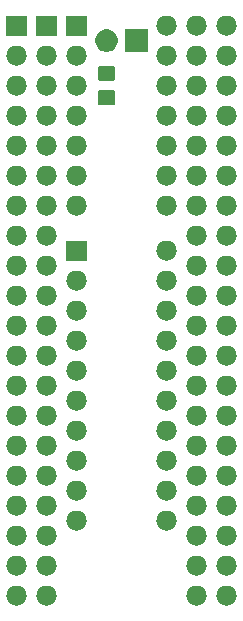
<source format=gts>
G04 #@! TF.GenerationSoftware,KiCad,Pcbnew,(5.1.2-1)-1*
G04 #@! TF.CreationDate,2023-07-30T19:37:46+02:00*
G04 #@! TF.ProjectId,816to02,38313674-6f30-4322-9e6b-696361645f70,rev?*
G04 #@! TF.SameCoordinates,Original*
G04 #@! TF.FileFunction,Soldermask,Top*
G04 #@! TF.FilePolarity,Negative*
%FSLAX46Y46*%
G04 Gerber Fmt 4.6, Leading zero omitted, Abs format (unit mm)*
G04 Created by KiCad (PCBNEW (5.1.2-1)-1) date 2023-07-30 19:37:46*
%MOMM*%
%LPD*%
G04 APERTURE LIST*
%ADD10C,0.100000*%
G04 APERTURE END LIST*
D10*
G36*
X36361823Y-71551313D02*
G01*
X36522242Y-71599976D01*
X36654906Y-71670886D01*
X36670078Y-71678996D01*
X36799659Y-71785341D01*
X36906004Y-71914922D01*
X36906005Y-71914924D01*
X36985024Y-72062758D01*
X37033687Y-72223177D01*
X37050117Y-72390000D01*
X37033687Y-72556823D01*
X36985024Y-72717242D01*
X36914114Y-72849906D01*
X36906004Y-72865078D01*
X36799659Y-72994659D01*
X36670078Y-73101004D01*
X36670076Y-73101005D01*
X36522242Y-73180024D01*
X36361823Y-73228687D01*
X36236804Y-73241000D01*
X36153196Y-73241000D01*
X36028177Y-73228687D01*
X35867758Y-73180024D01*
X35719924Y-73101005D01*
X35719922Y-73101004D01*
X35590341Y-72994659D01*
X35483996Y-72865078D01*
X35475886Y-72849906D01*
X35404976Y-72717242D01*
X35356313Y-72556823D01*
X35339883Y-72390000D01*
X35356313Y-72223177D01*
X35404976Y-72062758D01*
X35483995Y-71914924D01*
X35483996Y-71914922D01*
X35590341Y-71785341D01*
X35719922Y-71678996D01*
X35735094Y-71670886D01*
X35867758Y-71599976D01*
X36028177Y-71551313D01*
X36153196Y-71539000D01*
X36236804Y-71539000D01*
X36361823Y-71551313D01*
X36361823Y-71551313D01*
G37*
G36*
X33821823Y-71551313D02*
G01*
X33982242Y-71599976D01*
X34114906Y-71670886D01*
X34130078Y-71678996D01*
X34259659Y-71785341D01*
X34366004Y-71914922D01*
X34366005Y-71914924D01*
X34445024Y-72062758D01*
X34493687Y-72223177D01*
X34510117Y-72390000D01*
X34493687Y-72556823D01*
X34445024Y-72717242D01*
X34374114Y-72849906D01*
X34366004Y-72865078D01*
X34259659Y-72994659D01*
X34130078Y-73101004D01*
X34130076Y-73101005D01*
X33982242Y-73180024D01*
X33821823Y-73228687D01*
X33696804Y-73241000D01*
X33613196Y-73241000D01*
X33488177Y-73228687D01*
X33327758Y-73180024D01*
X33179924Y-73101005D01*
X33179922Y-73101004D01*
X33050341Y-72994659D01*
X32943996Y-72865078D01*
X32935886Y-72849906D01*
X32864976Y-72717242D01*
X32816313Y-72556823D01*
X32799883Y-72390000D01*
X32816313Y-72223177D01*
X32864976Y-72062758D01*
X32943995Y-71914924D01*
X32943996Y-71914922D01*
X33050341Y-71785341D01*
X33179922Y-71678996D01*
X33195094Y-71670886D01*
X33327758Y-71599976D01*
X33488177Y-71551313D01*
X33613196Y-71539000D01*
X33696804Y-71539000D01*
X33821823Y-71551313D01*
X33821823Y-71551313D01*
G37*
G36*
X21121823Y-71551313D02*
G01*
X21282242Y-71599976D01*
X21414906Y-71670886D01*
X21430078Y-71678996D01*
X21559659Y-71785341D01*
X21666004Y-71914922D01*
X21666005Y-71914924D01*
X21745024Y-72062758D01*
X21793687Y-72223177D01*
X21810117Y-72390000D01*
X21793687Y-72556823D01*
X21745024Y-72717242D01*
X21674114Y-72849906D01*
X21666004Y-72865078D01*
X21559659Y-72994659D01*
X21430078Y-73101004D01*
X21430076Y-73101005D01*
X21282242Y-73180024D01*
X21121823Y-73228687D01*
X20996804Y-73241000D01*
X20913196Y-73241000D01*
X20788177Y-73228687D01*
X20627758Y-73180024D01*
X20479924Y-73101005D01*
X20479922Y-73101004D01*
X20350341Y-72994659D01*
X20243996Y-72865078D01*
X20235886Y-72849906D01*
X20164976Y-72717242D01*
X20116313Y-72556823D01*
X20099883Y-72390000D01*
X20116313Y-72223177D01*
X20164976Y-72062758D01*
X20243995Y-71914924D01*
X20243996Y-71914922D01*
X20350341Y-71785341D01*
X20479922Y-71678996D01*
X20495094Y-71670886D01*
X20627758Y-71599976D01*
X20788177Y-71551313D01*
X20913196Y-71539000D01*
X20996804Y-71539000D01*
X21121823Y-71551313D01*
X21121823Y-71551313D01*
G37*
G36*
X18581823Y-71551313D02*
G01*
X18742242Y-71599976D01*
X18874906Y-71670886D01*
X18890078Y-71678996D01*
X19019659Y-71785341D01*
X19126004Y-71914922D01*
X19126005Y-71914924D01*
X19205024Y-72062758D01*
X19253687Y-72223177D01*
X19270117Y-72390000D01*
X19253687Y-72556823D01*
X19205024Y-72717242D01*
X19134114Y-72849906D01*
X19126004Y-72865078D01*
X19019659Y-72994659D01*
X18890078Y-73101004D01*
X18890076Y-73101005D01*
X18742242Y-73180024D01*
X18581823Y-73228687D01*
X18456804Y-73241000D01*
X18373196Y-73241000D01*
X18248177Y-73228687D01*
X18087758Y-73180024D01*
X17939924Y-73101005D01*
X17939922Y-73101004D01*
X17810341Y-72994659D01*
X17703996Y-72865078D01*
X17695886Y-72849906D01*
X17624976Y-72717242D01*
X17576313Y-72556823D01*
X17559883Y-72390000D01*
X17576313Y-72223177D01*
X17624976Y-72062758D01*
X17703995Y-71914924D01*
X17703996Y-71914922D01*
X17810341Y-71785341D01*
X17939922Y-71678996D01*
X17955094Y-71670886D01*
X18087758Y-71599976D01*
X18248177Y-71551313D01*
X18373196Y-71539000D01*
X18456804Y-71539000D01*
X18581823Y-71551313D01*
X18581823Y-71551313D01*
G37*
G36*
X21121823Y-69011313D02*
G01*
X21282242Y-69059976D01*
X21414906Y-69130886D01*
X21430078Y-69138996D01*
X21559659Y-69245341D01*
X21666004Y-69374922D01*
X21666005Y-69374924D01*
X21745024Y-69522758D01*
X21793687Y-69683177D01*
X21810117Y-69850000D01*
X21793687Y-70016823D01*
X21745024Y-70177242D01*
X21674114Y-70309906D01*
X21666004Y-70325078D01*
X21559659Y-70454659D01*
X21430078Y-70561004D01*
X21430076Y-70561005D01*
X21282242Y-70640024D01*
X21121823Y-70688687D01*
X20996804Y-70701000D01*
X20913196Y-70701000D01*
X20788177Y-70688687D01*
X20627758Y-70640024D01*
X20479924Y-70561005D01*
X20479922Y-70561004D01*
X20350341Y-70454659D01*
X20243996Y-70325078D01*
X20235886Y-70309906D01*
X20164976Y-70177242D01*
X20116313Y-70016823D01*
X20099883Y-69850000D01*
X20116313Y-69683177D01*
X20164976Y-69522758D01*
X20243995Y-69374924D01*
X20243996Y-69374922D01*
X20350341Y-69245341D01*
X20479922Y-69138996D01*
X20495094Y-69130886D01*
X20627758Y-69059976D01*
X20788177Y-69011313D01*
X20913196Y-68999000D01*
X20996804Y-68999000D01*
X21121823Y-69011313D01*
X21121823Y-69011313D01*
G37*
G36*
X36361823Y-69011313D02*
G01*
X36522242Y-69059976D01*
X36654906Y-69130886D01*
X36670078Y-69138996D01*
X36799659Y-69245341D01*
X36906004Y-69374922D01*
X36906005Y-69374924D01*
X36985024Y-69522758D01*
X37033687Y-69683177D01*
X37050117Y-69850000D01*
X37033687Y-70016823D01*
X36985024Y-70177242D01*
X36914114Y-70309906D01*
X36906004Y-70325078D01*
X36799659Y-70454659D01*
X36670078Y-70561004D01*
X36670076Y-70561005D01*
X36522242Y-70640024D01*
X36361823Y-70688687D01*
X36236804Y-70701000D01*
X36153196Y-70701000D01*
X36028177Y-70688687D01*
X35867758Y-70640024D01*
X35719924Y-70561005D01*
X35719922Y-70561004D01*
X35590341Y-70454659D01*
X35483996Y-70325078D01*
X35475886Y-70309906D01*
X35404976Y-70177242D01*
X35356313Y-70016823D01*
X35339883Y-69850000D01*
X35356313Y-69683177D01*
X35404976Y-69522758D01*
X35483995Y-69374924D01*
X35483996Y-69374922D01*
X35590341Y-69245341D01*
X35719922Y-69138996D01*
X35735094Y-69130886D01*
X35867758Y-69059976D01*
X36028177Y-69011313D01*
X36153196Y-68999000D01*
X36236804Y-68999000D01*
X36361823Y-69011313D01*
X36361823Y-69011313D01*
G37*
G36*
X33821823Y-69011313D02*
G01*
X33982242Y-69059976D01*
X34114906Y-69130886D01*
X34130078Y-69138996D01*
X34259659Y-69245341D01*
X34366004Y-69374922D01*
X34366005Y-69374924D01*
X34445024Y-69522758D01*
X34493687Y-69683177D01*
X34510117Y-69850000D01*
X34493687Y-70016823D01*
X34445024Y-70177242D01*
X34374114Y-70309906D01*
X34366004Y-70325078D01*
X34259659Y-70454659D01*
X34130078Y-70561004D01*
X34130076Y-70561005D01*
X33982242Y-70640024D01*
X33821823Y-70688687D01*
X33696804Y-70701000D01*
X33613196Y-70701000D01*
X33488177Y-70688687D01*
X33327758Y-70640024D01*
X33179924Y-70561005D01*
X33179922Y-70561004D01*
X33050341Y-70454659D01*
X32943996Y-70325078D01*
X32935886Y-70309906D01*
X32864976Y-70177242D01*
X32816313Y-70016823D01*
X32799883Y-69850000D01*
X32816313Y-69683177D01*
X32864976Y-69522758D01*
X32943995Y-69374924D01*
X32943996Y-69374922D01*
X33050341Y-69245341D01*
X33179922Y-69138996D01*
X33195094Y-69130886D01*
X33327758Y-69059976D01*
X33488177Y-69011313D01*
X33613196Y-68999000D01*
X33696804Y-68999000D01*
X33821823Y-69011313D01*
X33821823Y-69011313D01*
G37*
G36*
X18581823Y-69011313D02*
G01*
X18742242Y-69059976D01*
X18874906Y-69130886D01*
X18890078Y-69138996D01*
X19019659Y-69245341D01*
X19126004Y-69374922D01*
X19126005Y-69374924D01*
X19205024Y-69522758D01*
X19253687Y-69683177D01*
X19270117Y-69850000D01*
X19253687Y-70016823D01*
X19205024Y-70177242D01*
X19134114Y-70309906D01*
X19126004Y-70325078D01*
X19019659Y-70454659D01*
X18890078Y-70561004D01*
X18890076Y-70561005D01*
X18742242Y-70640024D01*
X18581823Y-70688687D01*
X18456804Y-70701000D01*
X18373196Y-70701000D01*
X18248177Y-70688687D01*
X18087758Y-70640024D01*
X17939924Y-70561005D01*
X17939922Y-70561004D01*
X17810341Y-70454659D01*
X17703996Y-70325078D01*
X17695886Y-70309906D01*
X17624976Y-70177242D01*
X17576313Y-70016823D01*
X17559883Y-69850000D01*
X17576313Y-69683177D01*
X17624976Y-69522758D01*
X17703995Y-69374924D01*
X17703996Y-69374922D01*
X17810341Y-69245341D01*
X17939922Y-69138996D01*
X17955094Y-69130886D01*
X18087758Y-69059976D01*
X18248177Y-69011313D01*
X18373196Y-68999000D01*
X18456804Y-68999000D01*
X18581823Y-69011313D01*
X18581823Y-69011313D01*
G37*
G36*
X36361823Y-66471313D02*
G01*
X36522242Y-66519976D01*
X36654906Y-66590886D01*
X36670078Y-66598996D01*
X36799659Y-66705341D01*
X36906004Y-66834922D01*
X36906005Y-66834924D01*
X36985024Y-66982758D01*
X37033687Y-67143177D01*
X37050117Y-67310000D01*
X37033687Y-67476823D01*
X36985024Y-67637242D01*
X36914114Y-67769906D01*
X36906004Y-67785078D01*
X36799659Y-67914659D01*
X36670078Y-68021004D01*
X36670076Y-68021005D01*
X36522242Y-68100024D01*
X36361823Y-68148687D01*
X36236804Y-68161000D01*
X36153196Y-68161000D01*
X36028177Y-68148687D01*
X35867758Y-68100024D01*
X35719924Y-68021005D01*
X35719922Y-68021004D01*
X35590341Y-67914659D01*
X35483996Y-67785078D01*
X35475886Y-67769906D01*
X35404976Y-67637242D01*
X35356313Y-67476823D01*
X35339883Y-67310000D01*
X35356313Y-67143177D01*
X35404976Y-66982758D01*
X35483995Y-66834924D01*
X35483996Y-66834922D01*
X35590341Y-66705341D01*
X35719922Y-66598996D01*
X35735094Y-66590886D01*
X35867758Y-66519976D01*
X36028177Y-66471313D01*
X36153196Y-66459000D01*
X36236804Y-66459000D01*
X36361823Y-66471313D01*
X36361823Y-66471313D01*
G37*
G36*
X33821823Y-66471313D02*
G01*
X33982242Y-66519976D01*
X34114906Y-66590886D01*
X34130078Y-66598996D01*
X34259659Y-66705341D01*
X34366004Y-66834922D01*
X34366005Y-66834924D01*
X34445024Y-66982758D01*
X34493687Y-67143177D01*
X34510117Y-67310000D01*
X34493687Y-67476823D01*
X34445024Y-67637242D01*
X34374114Y-67769906D01*
X34366004Y-67785078D01*
X34259659Y-67914659D01*
X34130078Y-68021004D01*
X34130076Y-68021005D01*
X33982242Y-68100024D01*
X33821823Y-68148687D01*
X33696804Y-68161000D01*
X33613196Y-68161000D01*
X33488177Y-68148687D01*
X33327758Y-68100024D01*
X33179924Y-68021005D01*
X33179922Y-68021004D01*
X33050341Y-67914659D01*
X32943996Y-67785078D01*
X32935886Y-67769906D01*
X32864976Y-67637242D01*
X32816313Y-67476823D01*
X32799883Y-67310000D01*
X32816313Y-67143177D01*
X32864976Y-66982758D01*
X32943995Y-66834924D01*
X32943996Y-66834922D01*
X33050341Y-66705341D01*
X33179922Y-66598996D01*
X33195094Y-66590886D01*
X33327758Y-66519976D01*
X33488177Y-66471313D01*
X33613196Y-66459000D01*
X33696804Y-66459000D01*
X33821823Y-66471313D01*
X33821823Y-66471313D01*
G37*
G36*
X21121823Y-66471313D02*
G01*
X21282242Y-66519976D01*
X21414906Y-66590886D01*
X21430078Y-66598996D01*
X21559659Y-66705341D01*
X21666004Y-66834922D01*
X21666005Y-66834924D01*
X21745024Y-66982758D01*
X21793687Y-67143177D01*
X21810117Y-67310000D01*
X21793687Y-67476823D01*
X21745024Y-67637242D01*
X21674114Y-67769906D01*
X21666004Y-67785078D01*
X21559659Y-67914659D01*
X21430078Y-68021004D01*
X21430076Y-68021005D01*
X21282242Y-68100024D01*
X21121823Y-68148687D01*
X20996804Y-68161000D01*
X20913196Y-68161000D01*
X20788177Y-68148687D01*
X20627758Y-68100024D01*
X20479924Y-68021005D01*
X20479922Y-68021004D01*
X20350341Y-67914659D01*
X20243996Y-67785078D01*
X20235886Y-67769906D01*
X20164976Y-67637242D01*
X20116313Y-67476823D01*
X20099883Y-67310000D01*
X20116313Y-67143177D01*
X20164976Y-66982758D01*
X20243995Y-66834924D01*
X20243996Y-66834922D01*
X20350341Y-66705341D01*
X20479922Y-66598996D01*
X20495094Y-66590886D01*
X20627758Y-66519976D01*
X20788177Y-66471313D01*
X20913196Y-66459000D01*
X20996804Y-66459000D01*
X21121823Y-66471313D01*
X21121823Y-66471313D01*
G37*
G36*
X18581823Y-66471313D02*
G01*
X18742242Y-66519976D01*
X18874906Y-66590886D01*
X18890078Y-66598996D01*
X19019659Y-66705341D01*
X19126004Y-66834922D01*
X19126005Y-66834924D01*
X19205024Y-66982758D01*
X19253687Y-67143177D01*
X19270117Y-67310000D01*
X19253687Y-67476823D01*
X19205024Y-67637242D01*
X19134114Y-67769906D01*
X19126004Y-67785078D01*
X19019659Y-67914659D01*
X18890078Y-68021004D01*
X18890076Y-68021005D01*
X18742242Y-68100024D01*
X18581823Y-68148687D01*
X18456804Y-68161000D01*
X18373196Y-68161000D01*
X18248177Y-68148687D01*
X18087758Y-68100024D01*
X17939924Y-68021005D01*
X17939922Y-68021004D01*
X17810341Y-67914659D01*
X17703996Y-67785078D01*
X17695886Y-67769906D01*
X17624976Y-67637242D01*
X17576313Y-67476823D01*
X17559883Y-67310000D01*
X17576313Y-67143177D01*
X17624976Y-66982758D01*
X17703995Y-66834924D01*
X17703996Y-66834922D01*
X17810341Y-66705341D01*
X17939922Y-66598996D01*
X17955094Y-66590886D01*
X18087758Y-66519976D01*
X18248177Y-66471313D01*
X18373196Y-66459000D01*
X18456804Y-66459000D01*
X18581823Y-66471313D01*
X18581823Y-66471313D01*
G37*
G36*
X23661823Y-65201313D02*
G01*
X23822242Y-65249976D01*
X23954906Y-65320886D01*
X23970078Y-65328996D01*
X24099659Y-65435341D01*
X24206004Y-65564922D01*
X24206005Y-65564924D01*
X24285024Y-65712758D01*
X24333687Y-65873177D01*
X24350117Y-66040000D01*
X24333687Y-66206823D01*
X24285024Y-66367242D01*
X24235978Y-66459000D01*
X24206004Y-66515078D01*
X24099659Y-66644659D01*
X23970078Y-66751004D01*
X23970076Y-66751005D01*
X23822242Y-66830024D01*
X23661823Y-66878687D01*
X23536804Y-66891000D01*
X23453196Y-66891000D01*
X23328177Y-66878687D01*
X23167758Y-66830024D01*
X23019924Y-66751005D01*
X23019922Y-66751004D01*
X22890341Y-66644659D01*
X22783996Y-66515078D01*
X22754022Y-66459000D01*
X22704976Y-66367242D01*
X22656313Y-66206823D01*
X22639883Y-66040000D01*
X22656313Y-65873177D01*
X22704976Y-65712758D01*
X22783995Y-65564924D01*
X22783996Y-65564922D01*
X22890341Y-65435341D01*
X23019922Y-65328996D01*
X23035094Y-65320886D01*
X23167758Y-65249976D01*
X23328177Y-65201313D01*
X23453196Y-65189000D01*
X23536804Y-65189000D01*
X23661823Y-65201313D01*
X23661823Y-65201313D01*
G37*
G36*
X31281823Y-65201313D02*
G01*
X31442242Y-65249976D01*
X31574906Y-65320886D01*
X31590078Y-65328996D01*
X31719659Y-65435341D01*
X31826004Y-65564922D01*
X31826005Y-65564924D01*
X31905024Y-65712758D01*
X31953687Y-65873177D01*
X31970117Y-66040000D01*
X31953687Y-66206823D01*
X31905024Y-66367242D01*
X31855978Y-66459000D01*
X31826004Y-66515078D01*
X31719659Y-66644659D01*
X31590078Y-66751004D01*
X31590076Y-66751005D01*
X31442242Y-66830024D01*
X31281823Y-66878687D01*
X31156804Y-66891000D01*
X31073196Y-66891000D01*
X30948177Y-66878687D01*
X30787758Y-66830024D01*
X30639924Y-66751005D01*
X30639922Y-66751004D01*
X30510341Y-66644659D01*
X30403996Y-66515078D01*
X30374022Y-66459000D01*
X30324976Y-66367242D01*
X30276313Y-66206823D01*
X30259883Y-66040000D01*
X30276313Y-65873177D01*
X30324976Y-65712758D01*
X30403995Y-65564924D01*
X30403996Y-65564922D01*
X30510341Y-65435341D01*
X30639922Y-65328996D01*
X30655094Y-65320886D01*
X30787758Y-65249976D01*
X30948177Y-65201313D01*
X31073196Y-65189000D01*
X31156804Y-65189000D01*
X31281823Y-65201313D01*
X31281823Y-65201313D01*
G37*
G36*
X18581823Y-63931313D02*
G01*
X18742242Y-63979976D01*
X18874906Y-64050886D01*
X18890078Y-64058996D01*
X19019659Y-64165341D01*
X19126004Y-64294922D01*
X19126005Y-64294924D01*
X19205024Y-64442758D01*
X19253687Y-64603177D01*
X19270117Y-64770000D01*
X19253687Y-64936823D01*
X19205024Y-65097242D01*
X19155978Y-65189000D01*
X19126004Y-65245078D01*
X19019659Y-65374659D01*
X18890078Y-65481004D01*
X18890076Y-65481005D01*
X18742242Y-65560024D01*
X18581823Y-65608687D01*
X18456804Y-65621000D01*
X18373196Y-65621000D01*
X18248177Y-65608687D01*
X18087758Y-65560024D01*
X17939924Y-65481005D01*
X17939922Y-65481004D01*
X17810341Y-65374659D01*
X17703996Y-65245078D01*
X17674022Y-65189000D01*
X17624976Y-65097242D01*
X17576313Y-64936823D01*
X17559883Y-64770000D01*
X17576313Y-64603177D01*
X17624976Y-64442758D01*
X17703995Y-64294924D01*
X17703996Y-64294922D01*
X17810341Y-64165341D01*
X17939922Y-64058996D01*
X17955094Y-64050886D01*
X18087758Y-63979976D01*
X18248177Y-63931313D01*
X18373196Y-63919000D01*
X18456804Y-63919000D01*
X18581823Y-63931313D01*
X18581823Y-63931313D01*
G37*
G36*
X33821823Y-63931313D02*
G01*
X33982242Y-63979976D01*
X34114906Y-64050886D01*
X34130078Y-64058996D01*
X34259659Y-64165341D01*
X34366004Y-64294922D01*
X34366005Y-64294924D01*
X34445024Y-64442758D01*
X34493687Y-64603177D01*
X34510117Y-64770000D01*
X34493687Y-64936823D01*
X34445024Y-65097242D01*
X34395978Y-65189000D01*
X34366004Y-65245078D01*
X34259659Y-65374659D01*
X34130078Y-65481004D01*
X34130076Y-65481005D01*
X33982242Y-65560024D01*
X33821823Y-65608687D01*
X33696804Y-65621000D01*
X33613196Y-65621000D01*
X33488177Y-65608687D01*
X33327758Y-65560024D01*
X33179924Y-65481005D01*
X33179922Y-65481004D01*
X33050341Y-65374659D01*
X32943996Y-65245078D01*
X32914022Y-65189000D01*
X32864976Y-65097242D01*
X32816313Y-64936823D01*
X32799883Y-64770000D01*
X32816313Y-64603177D01*
X32864976Y-64442758D01*
X32943995Y-64294924D01*
X32943996Y-64294922D01*
X33050341Y-64165341D01*
X33179922Y-64058996D01*
X33195094Y-64050886D01*
X33327758Y-63979976D01*
X33488177Y-63931313D01*
X33613196Y-63919000D01*
X33696804Y-63919000D01*
X33821823Y-63931313D01*
X33821823Y-63931313D01*
G37*
G36*
X36361823Y-63931313D02*
G01*
X36522242Y-63979976D01*
X36654906Y-64050886D01*
X36670078Y-64058996D01*
X36799659Y-64165341D01*
X36906004Y-64294922D01*
X36906005Y-64294924D01*
X36985024Y-64442758D01*
X37033687Y-64603177D01*
X37050117Y-64770000D01*
X37033687Y-64936823D01*
X36985024Y-65097242D01*
X36935978Y-65189000D01*
X36906004Y-65245078D01*
X36799659Y-65374659D01*
X36670078Y-65481004D01*
X36670076Y-65481005D01*
X36522242Y-65560024D01*
X36361823Y-65608687D01*
X36236804Y-65621000D01*
X36153196Y-65621000D01*
X36028177Y-65608687D01*
X35867758Y-65560024D01*
X35719924Y-65481005D01*
X35719922Y-65481004D01*
X35590341Y-65374659D01*
X35483996Y-65245078D01*
X35454022Y-65189000D01*
X35404976Y-65097242D01*
X35356313Y-64936823D01*
X35339883Y-64770000D01*
X35356313Y-64603177D01*
X35404976Y-64442758D01*
X35483995Y-64294924D01*
X35483996Y-64294922D01*
X35590341Y-64165341D01*
X35719922Y-64058996D01*
X35735094Y-64050886D01*
X35867758Y-63979976D01*
X36028177Y-63931313D01*
X36153196Y-63919000D01*
X36236804Y-63919000D01*
X36361823Y-63931313D01*
X36361823Y-63931313D01*
G37*
G36*
X21121823Y-63931313D02*
G01*
X21282242Y-63979976D01*
X21414906Y-64050886D01*
X21430078Y-64058996D01*
X21559659Y-64165341D01*
X21666004Y-64294922D01*
X21666005Y-64294924D01*
X21745024Y-64442758D01*
X21793687Y-64603177D01*
X21810117Y-64770000D01*
X21793687Y-64936823D01*
X21745024Y-65097242D01*
X21695978Y-65189000D01*
X21666004Y-65245078D01*
X21559659Y-65374659D01*
X21430078Y-65481004D01*
X21430076Y-65481005D01*
X21282242Y-65560024D01*
X21121823Y-65608687D01*
X20996804Y-65621000D01*
X20913196Y-65621000D01*
X20788177Y-65608687D01*
X20627758Y-65560024D01*
X20479924Y-65481005D01*
X20479922Y-65481004D01*
X20350341Y-65374659D01*
X20243996Y-65245078D01*
X20214022Y-65189000D01*
X20164976Y-65097242D01*
X20116313Y-64936823D01*
X20099883Y-64770000D01*
X20116313Y-64603177D01*
X20164976Y-64442758D01*
X20243995Y-64294924D01*
X20243996Y-64294922D01*
X20350341Y-64165341D01*
X20479922Y-64058996D01*
X20495094Y-64050886D01*
X20627758Y-63979976D01*
X20788177Y-63931313D01*
X20913196Y-63919000D01*
X20996804Y-63919000D01*
X21121823Y-63931313D01*
X21121823Y-63931313D01*
G37*
G36*
X23661823Y-62661313D02*
G01*
X23822242Y-62709976D01*
X23954906Y-62780886D01*
X23970078Y-62788996D01*
X24099659Y-62895341D01*
X24206004Y-63024922D01*
X24206005Y-63024924D01*
X24285024Y-63172758D01*
X24333687Y-63333177D01*
X24350117Y-63500000D01*
X24333687Y-63666823D01*
X24285024Y-63827242D01*
X24235978Y-63919000D01*
X24206004Y-63975078D01*
X24099659Y-64104659D01*
X23970078Y-64211004D01*
X23970076Y-64211005D01*
X23822242Y-64290024D01*
X23661823Y-64338687D01*
X23536804Y-64351000D01*
X23453196Y-64351000D01*
X23328177Y-64338687D01*
X23167758Y-64290024D01*
X23019924Y-64211005D01*
X23019922Y-64211004D01*
X22890341Y-64104659D01*
X22783996Y-63975078D01*
X22754022Y-63919000D01*
X22704976Y-63827242D01*
X22656313Y-63666823D01*
X22639883Y-63500000D01*
X22656313Y-63333177D01*
X22704976Y-63172758D01*
X22783995Y-63024924D01*
X22783996Y-63024922D01*
X22890341Y-62895341D01*
X23019922Y-62788996D01*
X23035094Y-62780886D01*
X23167758Y-62709976D01*
X23328177Y-62661313D01*
X23453196Y-62649000D01*
X23536804Y-62649000D01*
X23661823Y-62661313D01*
X23661823Y-62661313D01*
G37*
G36*
X31281823Y-62661313D02*
G01*
X31442242Y-62709976D01*
X31574906Y-62780886D01*
X31590078Y-62788996D01*
X31719659Y-62895341D01*
X31826004Y-63024922D01*
X31826005Y-63024924D01*
X31905024Y-63172758D01*
X31953687Y-63333177D01*
X31970117Y-63500000D01*
X31953687Y-63666823D01*
X31905024Y-63827242D01*
X31855978Y-63919000D01*
X31826004Y-63975078D01*
X31719659Y-64104659D01*
X31590078Y-64211004D01*
X31590076Y-64211005D01*
X31442242Y-64290024D01*
X31281823Y-64338687D01*
X31156804Y-64351000D01*
X31073196Y-64351000D01*
X30948177Y-64338687D01*
X30787758Y-64290024D01*
X30639924Y-64211005D01*
X30639922Y-64211004D01*
X30510341Y-64104659D01*
X30403996Y-63975078D01*
X30374022Y-63919000D01*
X30324976Y-63827242D01*
X30276313Y-63666823D01*
X30259883Y-63500000D01*
X30276313Y-63333177D01*
X30324976Y-63172758D01*
X30403995Y-63024924D01*
X30403996Y-63024922D01*
X30510341Y-62895341D01*
X30639922Y-62788996D01*
X30655094Y-62780886D01*
X30787758Y-62709976D01*
X30948177Y-62661313D01*
X31073196Y-62649000D01*
X31156804Y-62649000D01*
X31281823Y-62661313D01*
X31281823Y-62661313D01*
G37*
G36*
X36361823Y-61391313D02*
G01*
X36522242Y-61439976D01*
X36654906Y-61510886D01*
X36670078Y-61518996D01*
X36799659Y-61625341D01*
X36906004Y-61754922D01*
X36906005Y-61754924D01*
X36985024Y-61902758D01*
X37033687Y-62063177D01*
X37050117Y-62230000D01*
X37033687Y-62396823D01*
X36985024Y-62557242D01*
X36935978Y-62649000D01*
X36906004Y-62705078D01*
X36799659Y-62834659D01*
X36670078Y-62941004D01*
X36670076Y-62941005D01*
X36522242Y-63020024D01*
X36361823Y-63068687D01*
X36236804Y-63081000D01*
X36153196Y-63081000D01*
X36028177Y-63068687D01*
X35867758Y-63020024D01*
X35719924Y-62941005D01*
X35719922Y-62941004D01*
X35590341Y-62834659D01*
X35483996Y-62705078D01*
X35454022Y-62649000D01*
X35404976Y-62557242D01*
X35356313Y-62396823D01*
X35339883Y-62230000D01*
X35356313Y-62063177D01*
X35404976Y-61902758D01*
X35483995Y-61754924D01*
X35483996Y-61754922D01*
X35590341Y-61625341D01*
X35719922Y-61518996D01*
X35735094Y-61510886D01*
X35867758Y-61439976D01*
X36028177Y-61391313D01*
X36153196Y-61379000D01*
X36236804Y-61379000D01*
X36361823Y-61391313D01*
X36361823Y-61391313D01*
G37*
G36*
X33821823Y-61391313D02*
G01*
X33982242Y-61439976D01*
X34114906Y-61510886D01*
X34130078Y-61518996D01*
X34259659Y-61625341D01*
X34366004Y-61754922D01*
X34366005Y-61754924D01*
X34445024Y-61902758D01*
X34493687Y-62063177D01*
X34510117Y-62230000D01*
X34493687Y-62396823D01*
X34445024Y-62557242D01*
X34395978Y-62649000D01*
X34366004Y-62705078D01*
X34259659Y-62834659D01*
X34130078Y-62941004D01*
X34130076Y-62941005D01*
X33982242Y-63020024D01*
X33821823Y-63068687D01*
X33696804Y-63081000D01*
X33613196Y-63081000D01*
X33488177Y-63068687D01*
X33327758Y-63020024D01*
X33179924Y-62941005D01*
X33179922Y-62941004D01*
X33050341Y-62834659D01*
X32943996Y-62705078D01*
X32914022Y-62649000D01*
X32864976Y-62557242D01*
X32816313Y-62396823D01*
X32799883Y-62230000D01*
X32816313Y-62063177D01*
X32864976Y-61902758D01*
X32943995Y-61754924D01*
X32943996Y-61754922D01*
X33050341Y-61625341D01*
X33179922Y-61518996D01*
X33195094Y-61510886D01*
X33327758Y-61439976D01*
X33488177Y-61391313D01*
X33613196Y-61379000D01*
X33696804Y-61379000D01*
X33821823Y-61391313D01*
X33821823Y-61391313D01*
G37*
G36*
X21121823Y-61391313D02*
G01*
X21282242Y-61439976D01*
X21414906Y-61510886D01*
X21430078Y-61518996D01*
X21559659Y-61625341D01*
X21666004Y-61754922D01*
X21666005Y-61754924D01*
X21745024Y-61902758D01*
X21793687Y-62063177D01*
X21810117Y-62230000D01*
X21793687Y-62396823D01*
X21745024Y-62557242D01*
X21695978Y-62649000D01*
X21666004Y-62705078D01*
X21559659Y-62834659D01*
X21430078Y-62941004D01*
X21430076Y-62941005D01*
X21282242Y-63020024D01*
X21121823Y-63068687D01*
X20996804Y-63081000D01*
X20913196Y-63081000D01*
X20788177Y-63068687D01*
X20627758Y-63020024D01*
X20479924Y-62941005D01*
X20479922Y-62941004D01*
X20350341Y-62834659D01*
X20243996Y-62705078D01*
X20214022Y-62649000D01*
X20164976Y-62557242D01*
X20116313Y-62396823D01*
X20099883Y-62230000D01*
X20116313Y-62063177D01*
X20164976Y-61902758D01*
X20243995Y-61754924D01*
X20243996Y-61754922D01*
X20350341Y-61625341D01*
X20479922Y-61518996D01*
X20495094Y-61510886D01*
X20627758Y-61439976D01*
X20788177Y-61391313D01*
X20913196Y-61379000D01*
X20996804Y-61379000D01*
X21121823Y-61391313D01*
X21121823Y-61391313D01*
G37*
G36*
X18581823Y-61391313D02*
G01*
X18742242Y-61439976D01*
X18874906Y-61510886D01*
X18890078Y-61518996D01*
X19019659Y-61625341D01*
X19126004Y-61754922D01*
X19126005Y-61754924D01*
X19205024Y-61902758D01*
X19253687Y-62063177D01*
X19270117Y-62230000D01*
X19253687Y-62396823D01*
X19205024Y-62557242D01*
X19155978Y-62649000D01*
X19126004Y-62705078D01*
X19019659Y-62834659D01*
X18890078Y-62941004D01*
X18890076Y-62941005D01*
X18742242Y-63020024D01*
X18581823Y-63068687D01*
X18456804Y-63081000D01*
X18373196Y-63081000D01*
X18248177Y-63068687D01*
X18087758Y-63020024D01*
X17939924Y-62941005D01*
X17939922Y-62941004D01*
X17810341Y-62834659D01*
X17703996Y-62705078D01*
X17674022Y-62649000D01*
X17624976Y-62557242D01*
X17576313Y-62396823D01*
X17559883Y-62230000D01*
X17576313Y-62063177D01*
X17624976Y-61902758D01*
X17703995Y-61754924D01*
X17703996Y-61754922D01*
X17810341Y-61625341D01*
X17939922Y-61518996D01*
X17955094Y-61510886D01*
X18087758Y-61439976D01*
X18248177Y-61391313D01*
X18373196Y-61379000D01*
X18456804Y-61379000D01*
X18581823Y-61391313D01*
X18581823Y-61391313D01*
G37*
G36*
X23661823Y-60121313D02*
G01*
X23822242Y-60169976D01*
X23954906Y-60240886D01*
X23970078Y-60248996D01*
X24099659Y-60355341D01*
X24206004Y-60484922D01*
X24206005Y-60484924D01*
X24285024Y-60632758D01*
X24333687Y-60793177D01*
X24350117Y-60960000D01*
X24333687Y-61126823D01*
X24285024Y-61287242D01*
X24235978Y-61379000D01*
X24206004Y-61435078D01*
X24099659Y-61564659D01*
X23970078Y-61671004D01*
X23970076Y-61671005D01*
X23822242Y-61750024D01*
X23661823Y-61798687D01*
X23536804Y-61811000D01*
X23453196Y-61811000D01*
X23328177Y-61798687D01*
X23167758Y-61750024D01*
X23019924Y-61671005D01*
X23019922Y-61671004D01*
X22890341Y-61564659D01*
X22783996Y-61435078D01*
X22754022Y-61379000D01*
X22704976Y-61287242D01*
X22656313Y-61126823D01*
X22639883Y-60960000D01*
X22656313Y-60793177D01*
X22704976Y-60632758D01*
X22783995Y-60484924D01*
X22783996Y-60484922D01*
X22890341Y-60355341D01*
X23019922Y-60248996D01*
X23035094Y-60240886D01*
X23167758Y-60169976D01*
X23328177Y-60121313D01*
X23453196Y-60109000D01*
X23536804Y-60109000D01*
X23661823Y-60121313D01*
X23661823Y-60121313D01*
G37*
G36*
X31281823Y-60121313D02*
G01*
X31442242Y-60169976D01*
X31574906Y-60240886D01*
X31590078Y-60248996D01*
X31719659Y-60355341D01*
X31826004Y-60484922D01*
X31826005Y-60484924D01*
X31905024Y-60632758D01*
X31953687Y-60793177D01*
X31970117Y-60960000D01*
X31953687Y-61126823D01*
X31905024Y-61287242D01*
X31855978Y-61379000D01*
X31826004Y-61435078D01*
X31719659Y-61564659D01*
X31590078Y-61671004D01*
X31590076Y-61671005D01*
X31442242Y-61750024D01*
X31281823Y-61798687D01*
X31156804Y-61811000D01*
X31073196Y-61811000D01*
X30948177Y-61798687D01*
X30787758Y-61750024D01*
X30639924Y-61671005D01*
X30639922Y-61671004D01*
X30510341Y-61564659D01*
X30403996Y-61435078D01*
X30374022Y-61379000D01*
X30324976Y-61287242D01*
X30276313Y-61126823D01*
X30259883Y-60960000D01*
X30276313Y-60793177D01*
X30324976Y-60632758D01*
X30403995Y-60484924D01*
X30403996Y-60484922D01*
X30510341Y-60355341D01*
X30639922Y-60248996D01*
X30655094Y-60240886D01*
X30787758Y-60169976D01*
X30948177Y-60121313D01*
X31073196Y-60109000D01*
X31156804Y-60109000D01*
X31281823Y-60121313D01*
X31281823Y-60121313D01*
G37*
G36*
X33821823Y-58851313D02*
G01*
X33982242Y-58899976D01*
X34114906Y-58970886D01*
X34130078Y-58978996D01*
X34259659Y-59085341D01*
X34366004Y-59214922D01*
X34366005Y-59214924D01*
X34445024Y-59362758D01*
X34493687Y-59523177D01*
X34510117Y-59690000D01*
X34493687Y-59856823D01*
X34445024Y-60017242D01*
X34395978Y-60109000D01*
X34366004Y-60165078D01*
X34259659Y-60294659D01*
X34130078Y-60401004D01*
X34130076Y-60401005D01*
X33982242Y-60480024D01*
X33821823Y-60528687D01*
X33696804Y-60541000D01*
X33613196Y-60541000D01*
X33488177Y-60528687D01*
X33327758Y-60480024D01*
X33179924Y-60401005D01*
X33179922Y-60401004D01*
X33050341Y-60294659D01*
X32943996Y-60165078D01*
X32914022Y-60109000D01*
X32864976Y-60017242D01*
X32816313Y-59856823D01*
X32799883Y-59690000D01*
X32816313Y-59523177D01*
X32864976Y-59362758D01*
X32943995Y-59214924D01*
X32943996Y-59214922D01*
X33050341Y-59085341D01*
X33179922Y-58978996D01*
X33195094Y-58970886D01*
X33327758Y-58899976D01*
X33488177Y-58851313D01*
X33613196Y-58839000D01*
X33696804Y-58839000D01*
X33821823Y-58851313D01*
X33821823Y-58851313D01*
G37*
G36*
X18581823Y-58851313D02*
G01*
X18742242Y-58899976D01*
X18874906Y-58970886D01*
X18890078Y-58978996D01*
X19019659Y-59085341D01*
X19126004Y-59214922D01*
X19126005Y-59214924D01*
X19205024Y-59362758D01*
X19253687Y-59523177D01*
X19270117Y-59690000D01*
X19253687Y-59856823D01*
X19205024Y-60017242D01*
X19155978Y-60109000D01*
X19126004Y-60165078D01*
X19019659Y-60294659D01*
X18890078Y-60401004D01*
X18890076Y-60401005D01*
X18742242Y-60480024D01*
X18581823Y-60528687D01*
X18456804Y-60541000D01*
X18373196Y-60541000D01*
X18248177Y-60528687D01*
X18087758Y-60480024D01*
X17939924Y-60401005D01*
X17939922Y-60401004D01*
X17810341Y-60294659D01*
X17703996Y-60165078D01*
X17674022Y-60109000D01*
X17624976Y-60017242D01*
X17576313Y-59856823D01*
X17559883Y-59690000D01*
X17576313Y-59523177D01*
X17624976Y-59362758D01*
X17703995Y-59214924D01*
X17703996Y-59214922D01*
X17810341Y-59085341D01*
X17939922Y-58978996D01*
X17955094Y-58970886D01*
X18087758Y-58899976D01*
X18248177Y-58851313D01*
X18373196Y-58839000D01*
X18456804Y-58839000D01*
X18581823Y-58851313D01*
X18581823Y-58851313D01*
G37*
G36*
X21121823Y-58851313D02*
G01*
X21282242Y-58899976D01*
X21414906Y-58970886D01*
X21430078Y-58978996D01*
X21559659Y-59085341D01*
X21666004Y-59214922D01*
X21666005Y-59214924D01*
X21745024Y-59362758D01*
X21793687Y-59523177D01*
X21810117Y-59690000D01*
X21793687Y-59856823D01*
X21745024Y-60017242D01*
X21695978Y-60109000D01*
X21666004Y-60165078D01*
X21559659Y-60294659D01*
X21430078Y-60401004D01*
X21430076Y-60401005D01*
X21282242Y-60480024D01*
X21121823Y-60528687D01*
X20996804Y-60541000D01*
X20913196Y-60541000D01*
X20788177Y-60528687D01*
X20627758Y-60480024D01*
X20479924Y-60401005D01*
X20479922Y-60401004D01*
X20350341Y-60294659D01*
X20243996Y-60165078D01*
X20214022Y-60109000D01*
X20164976Y-60017242D01*
X20116313Y-59856823D01*
X20099883Y-59690000D01*
X20116313Y-59523177D01*
X20164976Y-59362758D01*
X20243995Y-59214924D01*
X20243996Y-59214922D01*
X20350341Y-59085341D01*
X20479922Y-58978996D01*
X20495094Y-58970886D01*
X20627758Y-58899976D01*
X20788177Y-58851313D01*
X20913196Y-58839000D01*
X20996804Y-58839000D01*
X21121823Y-58851313D01*
X21121823Y-58851313D01*
G37*
G36*
X36361823Y-58851313D02*
G01*
X36522242Y-58899976D01*
X36654906Y-58970886D01*
X36670078Y-58978996D01*
X36799659Y-59085341D01*
X36906004Y-59214922D01*
X36906005Y-59214924D01*
X36985024Y-59362758D01*
X37033687Y-59523177D01*
X37050117Y-59690000D01*
X37033687Y-59856823D01*
X36985024Y-60017242D01*
X36935978Y-60109000D01*
X36906004Y-60165078D01*
X36799659Y-60294659D01*
X36670078Y-60401004D01*
X36670076Y-60401005D01*
X36522242Y-60480024D01*
X36361823Y-60528687D01*
X36236804Y-60541000D01*
X36153196Y-60541000D01*
X36028177Y-60528687D01*
X35867758Y-60480024D01*
X35719924Y-60401005D01*
X35719922Y-60401004D01*
X35590341Y-60294659D01*
X35483996Y-60165078D01*
X35454022Y-60109000D01*
X35404976Y-60017242D01*
X35356313Y-59856823D01*
X35339883Y-59690000D01*
X35356313Y-59523177D01*
X35404976Y-59362758D01*
X35483995Y-59214924D01*
X35483996Y-59214922D01*
X35590341Y-59085341D01*
X35719922Y-58978996D01*
X35735094Y-58970886D01*
X35867758Y-58899976D01*
X36028177Y-58851313D01*
X36153196Y-58839000D01*
X36236804Y-58839000D01*
X36361823Y-58851313D01*
X36361823Y-58851313D01*
G37*
G36*
X31281823Y-57581313D02*
G01*
X31442242Y-57629976D01*
X31574906Y-57700886D01*
X31590078Y-57708996D01*
X31719659Y-57815341D01*
X31826004Y-57944922D01*
X31826005Y-57944924D01*
X31905024Y-58092758D01*
X31953687Y-58253177D01*
X31970117Y-58420000D01*
X31953687Y-58586823D01*
X31905024Y-58747242D01*
X31855978Y-58839000D01*
X31826004Y-58895078D01*
X31719659Y-59024659D01*
X31590078Y-59131004D01*
X31590076Y-59131005D01*
X31442242Y-59210024D01*
X31281823Y-59258687D01*
X31156804Y-59271000D01*
X31073196Y-59271000D01*
X30948177Y-59258687D01*
X30787758Y-59210024D01*
X30639924Y-59131005D01*
X30639922Y-59131004D01*
X30510341Y-59024659D01*
X30403996Y-58895078D01*
X30374022Y-58839000D01*
X30324976Y-58747242D01*
X30276313Y-58586823D01*
X30259883Y-58420000D01*
X30276313Y-58253177D01*
X30324976Y-58092758D01*
X30403995Y-57944924D01*
X30403996Y-57944922D01*
X30510341Y-57815341D01*
X30639922Y-57708996D01*
X30655094Y-57700886D01*
X30787758Y-57629976D01*
X30948177Y-57581313D01*
X31073196Y-57569000D01*
X31156804Y-57569000D01*
X31281823Y-57581313D01*
X31281823Y-57581313D01*
G37*
G36*
X23661823Y-57581313D02*
G01*
X23822242Y-57629976D01*
X23954906Y-57700886D01*
X23970078Y-57708996D01*
X24099659Y-57815341D01*
X24206004Y-57944922D01*
X24206005Y-57944924D01*
X24285024Y-58092758D01*
X24333687Y-58253177D01*
X24350117Y-58420000D01*
X24333687Y-58586823D01*
X24285024Y-58747242D01*
X24235978Y-58839000D01*
X24206004Y-58895078D01*
X24099659Y-59024659D01*
X23970078Y-59131004D01*
X23970076Y-59131005D01*
X23822242Y-59210024D01*
X23661823Y-59258687D01*
X23536804Y-59271000D01*
X23453196Y-59271000D01*
X23328177Y-59258687D01*
X23167758Y-59210024D01*
X23019924Y-59131005D01*
X23019922Y-59131004D01*
X22890341Y-59024659D01*
X22783996Y-58895078D01*
X22754022Y-58839000D01*
X22704976Y-58747242D01*
X22656313Y-58586823D01*
X22639883Y-58420000D01*
X22656313Y-58253177D01*
X22704976Y-58092758D01*
X22783995Y-57944924D01*
X22783996Y-57944922D01*
X22890341Y-57815341D01*
X23019922Y-57708996D01*
X23035094Y-57700886D01*
X23167758Y-57629976D01*
X23328177Y-57581313D01*
X23453196Y-57569000D01*
X23536804Y-57569000D01*
X23661823Y-57581313D01*
X23661823Y-57581313D01*
G37*
G36*
X33821823Y-56311313D02*
G01*
X33982242Y-56359976D01*
X34114906Y-56430886D01*
X34130078Y-56438996D01*
X34259659Y-56545341D01*
X34366004Y-56674922D01*
X34366005Y-56674924D01*
X34445024Y-56822758D01*
X34493687Y-56983177D01*
X34510117Y-57150000D01*
X34493687Y-57316823D01*
X34445024Y-57477242D01*
X34395978Y-57569000D01*
X34366004Y-57625078D01*
X34259659Y-57754659D01*
X34130078Y-57861004D01*
X34130076Y-57861005D01*
X33982242Y-57940024D01*
X33821823Y-57988687D01*
X33696804Y-58001000D01*
X33613196Y-58001000D01*
X33488177Y-57988687D01*
X33327758Y-57940024D01*
X33179924Y-57861005D01*
X33179922Y-57861004D01*
X33050341Y-57754659D01*
X32943996Y-57625078D01*
X32914022Y-57569000D01*
X32864976Y-57477242D01*
X32816313Y-57316823D01*
X32799883Y-57150000D01*
X32816313Y-56983177D01*
X32864976Y-56822758D01*
X32943995Y-56674924D01*
X32943996Y-56674922D01*
X33050341Y-56545341D01*
X33179922Y-56438996D01*
X33195094Y-56430886D01*
X33327758Y-56359976D01*
X33488177Y-56311313D01*
X33613196Y-56299000D01*
X33696804Y-56299000D01*
X33821823Y-56311313D01*
X33821823Y-56311313D01*
G37*
G36*
X18581823Y-56311313D02*
G01*
X18742242Y-56359976D01*
X18874906Y-56430886D01*
X18890078Y-56438996D01*
X19019659Y-56545341D01*
X19126004Y-56674922D01*
X19126005Y-56674924D01*
X19205024Y-56822758D01*
X19253687Y-56983177D01*
X19270117Y-57150000D01*
X19253687Y-57316823D01*
X19205024Y-57477242D01*
X19155978Y-57569000D01*
X19126004Y-57625078D01*
X19019659Y-57754659D01*
X18890078Y-57861004D01*
X18890076Y-57861005D01*
X18742242Y-57940024D01*
X18581823Y-57988687D01*
X18456804Y-58001000D01*
X18373196Y-58001000D01*
X18248177Y-57988687D01*
X18087758Y-57940024D01*
X17939924Y-57861005D01*
X17939922Y-57861004D01*
X17810341Y-57754659D01*
X17703996Y-57625078D01*
X17674022Y-57569000D01*
X17624976Y-57477242D01*
X17576313Y-57316823D01*
X17559883Y-57150000D01*
X17576313Y-56983177D01*
X17624976Y-56822758D01*
X17703995Y-56674924D01*
X17703996Y-56674922D01*
X17810341Y-56545341D01*
X17939922Y-56438996D01*
X17955094Y-56430886D01*
X18087758Y-56359976D01*
X18248177Y-56311313D01*
X18373196Y-56299000D01*
X18456804Y-56299000D01*
X18581823Y-56311313D01*
X18581823Y-56311313D01*
G37*
G36*
X36361823Y-56311313D02*
G01*
X36522242Y-56359976D01*
X36654906Y-56430886D01*
X36670078Y-56438996D01*
X36799659Y-56545341D01*
X36906004Y-56674922D01*
X36906005Y-56674924D01*
X36985024Y-56822758D01*
X37033687Y-56983177D01*
X37050117Y-57150000D01*
X37033687Y-57316823D01*
X36985024Y-57477242D01*
X36935978Y-57569000D01*
X36906004Y-57625078D01*
X36799659Y-57754659D01*
X36670078Y-57861004D01*
X36670076Y-57861005D01*
X36522242Y-57940024D01*
X36361823Y-57988687D01*
X36236804Y-58001000D01*
X36153196Y-58001000D01*
X36028177Y-57988687D01*
X35867758Y-57940024D01*
X35719924Y-57861005D01*
X35719922Y-57861004D01*
X35590341Y-57754659D01*
X35483996Y-57625078D01*
X35454022Y-57569000D01*
X35404976Y-57477242D01*
X35356313Y-57316823D01*
X35339883Y-57150000D01*
X35356313Y-56983177D01*
X35404976Y-56822758D01*
X35483995Y-56674924D01*
X35483996Y-56674922D01*
X35590341Y-56545341D01*
X35719922Y-56438996D01*
X35735094Y-56430886D01*
X35867758Y-56359976D01*
X36028177Y-56311313D01*
X36153196Y-56299000D01*
X36236804Y-56299000D01*
X36361823Y-56311313D01*
X36361823Y-56311313D01*
G37*
G36*
X21121823Y-56311313D02*
G01*
X21282242Y-56359976D01*
X21414906Y-56430886D01*
X21430078Y-56438996D01*
X21559659Y-56545341D01*
X21666004Y-56674922D01*
X21666005Y-56674924D01*
X21745024Y-56822758D01*
X21793687Y-56983177D01*
X21810117Y-57150000D01*
X21793687Y-57316823D01*
X21745024Y-57477242D01*
X21695978Y-57569000D01*
X21666004Y-57625078D01*
X21559659Y-57754659D01*
X21430078Y-57861004D01*
X21430076Y-57861005D01*
X21282242Y-57940024D01*
X21121823Y-57988687D01*
X20996804Y-58001000D01*
X20913196Y-58001000D01*
X20788177Y-57988687D01*
X20627758Y-57940024D01*
X20479924Y-57861005D01*
X20479922Y-57861004D01*
X20350341Y-57754659D01*
X20243996Y-57625078D01*
X20214022Y-57569000D01*
X20164976Y-57477242D01*
X20116313Y-57316823D01*
X20099883Y-57150000D01*
X20116313Y-56983177D01*
X20164976Y-56822758D01*
X20243995Y-56674924D01*
X20243996Y-56674922D01*
X20350341Y-56545341D01*
X20479922Y-56438996D01*
X20495094Y-56430886D01*
X20627758Y-56359976D01*
X20788177Y-56311313D01*
X20913196Y-56299000D01*
X20996804Y-56299000D01*
X21121823Y-56311313D01*
X21121823Y-56311313D01*
G37*
G36*
X31281823Y-55041313D02*
G01*
X31442242Y-55089976D01*
X31574906Y-55160886D01*
X31590078Y-55168996D01*
X31719659Y-55275341D01*
X31826004Y-55404922D01*
X31826005Y-55404924D01*
X31905024Y-55552758D01*
X31953687Y-55713177D01*
X31970117Y-55880000D01*
X31953687Y-56046823D01*
X31905024Y-56207242D01*
X31855978Y-56299000D01*
X31826004Y-56355078D01*
X31719659Y-56484659D01*
X31590078Y-56591004D01*
X31590076Y-56591005D01*
X31442242Y-56670024D01*
X31281823Y-56718687D01*
X31156804Y-56731000D01*
X31073196Y-56731000D01*
X30948177Y-56718687D01*
X30787758Y-56670024D01*
X30639924Y-56591005D01*
X30639922Y-56591004D01*
X30510341Y-56484659D01*
X30403996Y-56355078D01*
X30374022Y-56299000D01*
X30324976Y-56207242D01*
X30276313Y-56046823D01*
X30259883Y-55880000D01*
X30276313Y-55713177D01*
X30324976Y-55552758D01*
X30403995Y-55404924D01*
X30403996Y-55404922D01*
X30510341Y-55275341D01*
X30639922Y-55168996D01*
X30655094Y-55160886D01*
X30787758Y-55089976D01*
X30948177Y-55041313D01*
X31073196Y-55029000D01*
X31156804Y-55029000D01*
X31281823Y-55041313D01*
X31281823Y-55041313D01*
G37*
G36*
X23661823Y-55041313D02*
G01*
X23822242Y-55089976D01*
X23954906Y-55160886D01*
X23970078Y-55168996D01*
X24099659Y-55275341D01*
X24206004Y-55404922D01*
X24206005Y-55404924D01*
X24285024Y-55552758D01*
X24333687Y-55713177D01*
X24350117Y-55880000D01*
X24333687Y-56046823D01*
X24285024Y-56207242D01*
X24235978Y-56299000D01*
X24206004Y-56355078D01*
X24099659Y-56484659D01*
X23970078Y-56591004D01*
X23970076Y-56591005D01*
X23822242Y-56670024D01*
X23661823Y-56718687D01*
X23536804Y-56731000D01*
X23453196Y-56731000D01*
X23328177Y-56718687D01*
X23167758Y-56670024D01*
X23019924Y-56591005D01*
X23019922Y-56591004D01*
X22890341Y-56484659D01*
X22783996Y-56355078D01*
X22754022Y-56299000D01*
X22704976Y-56207242D01*
X22656313Y-56046823D01*
X22639883Y-55880000D01*
X22656313Y-55713177D01*
X22704976Y-55552758D01*
X22783995Y-55404924D01*
X22783996Y-55404922D01*
X22890341Y-55275341D01*
X23019922Y-55168996D01*
X23035094Y-55160886D01*
X23167758Y-55089976D01*
X23328177Y-55041313D01*
X23453196Y-55029000D01*
X23536804Y-55029000D01*
X23661823Y-55041313D01*
X23661823Y-55041313D01*
G37*
G36*
X18581823Y-53771313D02*
G01*
X18742242Y-53819976D01*
X18874906Y-53890886D01*
X18890078Y-53898996D01*
X19019659Y-54005341D01*
X19126004Y-54134922D01*
X19126005Y-54134924D01*
X19205024Y-54282758D01*
X19253687Y-54443177D01*
X19270117Y-54610000D01*
X19253687Y-54776823D01*
X19205024Y-54937242D01*
X19155978Y-55029000D01*
X19126004Y-55085078D01*
X19019659Y-55214659D01*
X18890078Y-55321004D01*
X18890076Y-55321005D01*
X18742242Y-55400024D01*
X18581823Y-55448687D01*
X18456804Y-55461000D01*
X18373196Y-55461000D01*
X18248177Y-55448687D01*
X18087758Y-55400024D01*
X17939924Y-55321005D01*
X17939922Y-55321004D01*
X17810341Y-55214659D01*
X17703996Y-55085078D01*
X17674022Y-55029000D01*
X17624976Y-54937242D01*
X17576313Y-54776823D01*
X17559883Y-54610000D01*
X17576313Y-54443177D01*
X17624976Y-54282758D01*
X17703995Y-54134924D01*
X17703996Y-54134922D01*
X17810341Y-54005341D01*
X17939922Y-53898996D01*
X17955094Y-53890886D01*
X18087758Y-53819976D01*
X18248177Y-53771313D01*
X18373196Y-53759000D01*
X18456804Y-53759000D01*
X18581823Y-53771313D01*
X18581823Y-53771313D01*
G37*
G36*
X36361823Y-53771313D02*
G01*
X36522242Y-53819976D01*
X36654906Y-53890886D01*
X36670078Y-53898996D01*
X36799659Y-54005341D01*
X36906004Y-54134922D01*
X36906005Y-54134924D01*
X36985024Y-54282758D01*
X37033687Y-54443177D01*
X37050117Y-54610000D01*
X37033687Y-54776823D01*
X36985024Y-54937242D01*
X36935978Y-55029000D01*
X36906004Y-55085078D01*
X36799659Y-55214659D01*
X36670078Y-55321004D01*
X36670076Y-55321005D01*
X36522242Y-55400024D01*
X36361823Y-55448687D01*
X36236804Y-55461000D01*
X36153196Y-55461000D01*
X36028177Y-55448687D01*
X35867758Y-55400024D01*
X35719924Y-55321005D01*
X35719922Y-55321004D01*
X35590341Y-55214659D01*
X35483996Y-55085078D01*
X35454022Y-55029000D01*
X35404976Y-54937242D01*
X35356313Y-54776823D01*
X35339883Y-54610000D01*
X35356313Y-54443177D01*
X35404976Y-54282758D01*
X35483995Y-54134924D01*
X35483996Y-54134922D01*
X35590341Y-54005341D01*
X35719922Y-53898996D01*
X35735094Y-53890886D01*
X35867758Y-53819976D01*
X36028177Y-53771313D01*
X36153196Y-53759000D01*
X36236804Y-53759000D01*
X36361823Y-53771313D01*
X36361823Y-53771313D01*
G37*
G36*
X33821823Y-53771313D02*
G01*
X33982242Y-53819976D01*
X34114906Y-53890886D01*
X34130078Y-53898996D01*
X34259659Y-54005341D01*
X34366004Y-54134922D01*
X34366005Y-54134924D01*
X34445024Y-54282758D01*
X34493687Y-54443177D01*
X34510117Y-54610000D01*
X34493687Y-54776823D01*
X34445024Y-54937242D01*
X34395978Y-55029000D01*
X34366004Y-55085078D01*
X34259659Y-55214659D01*
X34130078Y-55321004D01*
X34130076Y-55321005D01*
X33982242Y-55400024D01*
X33821823Y-55448687D01*
X33696804Y-55461000D01*
X33613196Y-55461000D01*
X33488177Y-55448687D01*
X33327758Y-55400024D01*
X33179924Y-55321005D01*
X33179922Y-55321004D01*
X33050341Y-55214659D01*
X32943996Y-55085078D01*
X32914022Y-55029000D01*
X32864976Y-54937242D01*
X32816313Y-54776823D01*
X32799883Y-54610000D01*
X32816313Y-54443177D01*
X32864976Y-54282758D01*
X32943995Y-54134924D01*
X32943996Y-54134922D01*
X33050341Y-54005341D01*
X33179922Y-53898996D01*
X33195094Y-53890886D01*
X33327758Y-53819976D01*
X33488177Y-53771313D01*
X33613196Y-53759000D01*
X33696804Y-53759000D01*
X33821823Y-53771313D01*
X33821823Y-53771313D01*
G37*
G36*
X21121823Y-53771313D02*
G01*
X21282242Y-53819976D01*
X21414906Y-53890886D01*
X21430078Y-53898996D01*
X21559659Y-54005341D01*
X21666004Y-54134922D01*
X21666005Y-54134924D01*
X21745024Y-54282758D01*
X21793687Y-54443177D01*
X21810117Y-54610000D01*
X21793687Y-54776823D01*
X21745024Y-54937242D01*
X21695978Y-55029000D01*
X21666004Y-55085078D01*
X21559659Y-55214659D01*
X21430078Y-55321004D01*
X21430076Y-55321005D01*
X21282242Y-55400024D01*
X21121823Y-55448687D01*
X20996804Y-55461000D01*
X20913196Y-55461000D01*
X20788177Y-55448687D01*
X20627758Y-55400024D01*
X20479924Y-55321005D01*
X20479922Y-55321004D01*
X20350341Y-55214659D01*
X20243996Y-55085078D01*
X20214022Y-55029000D01*
X20164976Y-54937242D01*
X20116313Y-54776823D01*
X20099883Y-54610000D01*
X20116313Y-54443177D01*
X20164976Y-54282758D01*
X20243995Y-54134924D01*
X20243996Y-54134922D01*
X20350341Y-54005341D01*
X20479922Y-53898996D01*
X20495094Y-53890886D01*
X20627758Y-53819976D01*
X20788177Y-53771313D01*
X20913196Y-53759000D01*
X20996804Y-53759000D01*
X21121823Y-53771313D01*
X21121823Y-53771313D01*
G37*
G36*
X31281823Y-52501313D02*
G01*
X31442242Y-52549976D01*
X31574906Y-52620886D01*
X31590078Y-52628996D01*
X31719659Y-52735341D01*
X31826004Y-52864922D01*
X31826005Y-52864924D01*
X31905024Y-53012758D01*
X31953687Y-53173177D01*
X31970117Y-53340000D01*
X31953687Y-53506823D01*
X31905024Y-53667242D01*
X31855978Y-53759000D01*
X31826004Y-53815078D01*
X31719659Y-53944659D01*
X31590078Y-54051004D01*
X31590076Y-54051005D01*
X31442242Y-54130024D01*
X31281823Y-54178687D01*
X31156804Y-54191000D01*
X31073196Y-54191000D01*
X30948177Y-54178687D01*
X30787758Y-54130024D01*
X30639924Y-54051005D01*
X30639922Y-54051004D01*
X30510341Y-53944659D01*
X30403996Y-53815078D01*
X30374022Y-53759000D01*
X30324976Y-53667242D01*
X30276313Y-53506823D01*
X30259883Y-53340000D01*
X30276313Y-53173177D01*
X30324976Y-53012758D01*
X30403995Y-52864924D01*
X30403996Y-52864922D01*
X30510341Y-52735341D01*
X30639922Y-52628996D01*
X30655094Y-52620886D01*
X30787758Y-52549976D01*
X30948177Y-52501313D01*
X31073196Y-52489000D01*
X31156804Y-52489000D01*
X31281823Y-52501313D01*
X31281823Y-52501313D01*
G37*
G36*
X23661823Y-52501313D02*
G01*
X23822242Y-52549976D01*
X23954906Y-52620886D01*
X23970078Y-52628996D01*
X24099659Y-52735341D01*
X24206004Y-52864922D01*
X24206005Y-52864924D01*
X24285024Y-53012758D01*
X24333687Y-53173177D01*
X24350117Y-53340000D01*
X24333687Y-53506823D01*
X24285024Y-53667242D01*
X24235978Y-53759000D01*
X24206004Y-53815078D01*
X24099659Y-53944659D01*
X23970078Y-54051004D01*
X23970076Y-54051005D01*
X23822242Y-54130024D01*
X23661823Y-54178687D01*
X23536804Y-54191000D01*
X23453196Y-54191000D01*
X23328177Y-54178687D01*
X23167758Y-54130024D01*
X23019924Y-54051005D01*
X23019922Y-54051004D01*
X22890341Y-53944659D01*
X22783996Y-53815078D01*
X22754022Y-53759000D01*
X22704976Y-53667242D01*
X22656313Y-53506823D01*
X22639883Y-53340000D01*
X22656313Y-53173177D01*
X22704976Y-53012758D01*
X22783995Y-52864924D01*
X22783996Y-52864922D01*
X22890341Y-52735341D01*
X23019922Y-52628996D01*
X23035094Y-52620886D01*
X23167758Y-52549976D01*
X23328177Y-52501313D01*
X23453196Y-52489000D01*
X23536804Y-52489000D01*
X23661823Y-52501313D01*
X23661823Y-52501313D01*
G37*
G36*
X21121823Y-51231313D02*
G01*
X21282242Y-51279976D01*
X21414906Y-51350886D01*
X21430078Y-51358996D01*
X21559659Y-51465341D01*
X21666004Y-51594922D01*
X21666005Y-51594924D01*
X21745024Y-51742758D01*
X21793687Y-51903177D01*
X21810117Y-52070000D01*
X21793687Y-52236823D01*
X21745024Y-52397242D01*
X21695978Y-52489000D01*
X21666004Y-52545078D01*
X21559659Y-52674659D01*
X21430078Y-52781004D01*
X21430076Y-52781005D01*
X21282242Y-52860024D01*
X21121823Y-52908687D01*
X20996804Y-52921000D01*
X20913196Y-52921000D01*
X20788177Y-52908687D01*
X20627758Y-52860024D01*
X20479924Y-52781005D01*
X20479922Y-52781004D01*
X20350341Y-52674659D01*
X20243996Y-52545078D01*
X20214022Y-52489000D01*
X20164976Y-52397242D01*
X20116313Y-52236823D01*
X20099883Y-52070000D01*
X20116313Y-51903177D01*
X20164976Y-51742758D01*
X20243995Y-51594924D01*
X20243996Y-51594922D01*
X20350341Y-51465341D01*
X20479922Y-51358996D01*
X20495094Y-51350886D01*
X20627758Y-51279976D01*
X20788177Y-51231313D01*
X20913196Y-51219000D01*
X20996804Y-51219000D01*
X21121823Y-51231313D01*
X21121823Y-51231313D01*
G37*
G36*
X36361823Y-51231313D02*
G01*
X36522242Y-51279976D01*
X36654906Y-51350886D01*
X36670078Y-51358996D01*
X36799659Y-51465341D01*
X36906004Y-51594922D01*
X36906005Y-51594924D01*
X36985024Y-51742758D01*
X37033687Y-51903177D01*
X37050117Y-52070000D01*
X37033687Y-52236823D01*
X36985024Y-52397242D01*
X36935978Y-52489000D01*
X36906004Y-52545078D01*
X36799659Y-52674659D01*
X36670078Y-52781004D01*
X36670076Y-52781005D01*
X36522242Y-52860024D01*
X36361823Y-52908687D01*
X36236804Y-52921000D01*
X36153196Y-52921000D01*
X36028177Y-52908687D01*
X35867758Y-52860024D01*
X35719924Y-52781005D01*
X35719922Y-52781004D01*
X35590341Y-52674659D01*
X35483996Y-52545078D01*
X35454022Y-52489000D01*
X35404976Y-52397242D01*
X35356313Y-52236823D01*
X35339883Y-52070000D01*
X35356313Y-51903177D01*
X35404976Y-51742758D01*
X35483995Y-51594924D01*
X35483996Y-51594922D01*
X35590341Y-51465341D01*
X35719922Y-51358996D01*
X35735094Y-51350886D01*
X35867758Y-51279976D01*
X36028177Y-51231313D01*
X36153196Y-51219000D01*
X36236804Y-51219000D01*
X36361823Y-51231313D01*
X36361823Y-51231313D01*
G37*
G36*
X33821823Y-51231313D02*
G01*
X33982242Y-51279976D01*
X34114906Y-51350886D01*
X34130078Y-51358996D01*
X34259659Y-51465341D01*
X34366004Y-51594922D01*
X34366005Y-51594924D01*
X34445024Y-51742758D01*
X34493687Y-51903177D01*
X34510117Y-52070000D01*
X34493687Y-52236823D01*
X34445024Y-52397242D01*
X34395978Y-52489000D01*
X34366004Y-52545078D01*
X34259659Y-52674659D01*
X34130078Y-52781004D01*
X34130076Y-52781005D01*
X33982242Y-52860024D01*
X33821823Y-52908687D01*
X33696804Y-52921000D01*
X33613196Y-52921000D01*
X33488177Y-52908687D01*
X33327758Y-52860024D01*
X33179924Y-52781005D01*
X33179922Y-52781004D01*
X33050341Y-52674659D01*
X32943996Y-52545078D01*
X32914022Y-52489000D01*
X32864976Y-52397242D01*
X32816313Y-52236823D01*
X32799883Y-52070000D01*
X32816313Y-51903177D01*
X32864976Y-51742758D01*
X32943995Y-51594924D01*
X32943996Y-51594922D01*
X33050341Y-51465341D01*
X33179922Y-51358996D01*
X33195094Y-51350886D01*
X33327758Y-51279976D01*
X33488177Y-51231313D01*
X33613196Y-51219000D01*
X33696804Y-51219000D01*
X33821823Y-51231313D01*
X33821823Y-51231313D01*
G37*
G36*
X18581823Y-51231313D02*
G01*
X18742242Y-51279976D01*
X18874906Y-51350886D01*
X18890078Y-51358996D01*
X19019659Y-51465341D01*
X19126004Y-51594922D01*
X19126005Y-51594924D01*
X19205024Y-51742758D01*
X19253687Y-51903177D01*
X19270117Y-52070000D01*
X19253687Y-52236823D01*
X19205024Y-52397242D01*
X19155978Y-52489000D01*
X19126004Y-52545078D01*
X19019659Y-52674659D01*
X18890078Y-52781004D01*
X18890076Y-52781005D01*
X18742242Y-52860024D01*
X18581823Y-52908687D01*
X18456804Y-52921000D01*
X18373196Y-52921000D01*
X18248177Y-52908687D01*
X18087758Y-52860024D01*
X17939924Y-52781005D01*
X17939922Y-52781004D01*
X17810341Y-52674659D01*
X17703996Y-52545078D01*
X17674022Y-52489000D01*
X17624976Y-52397242D01*
X17576313Y-52236823D01*
X17559883Y-52070000D01*
X17576313Y-51903177D01*
X17624976Y-51742758D01*
X17703995Y-51594924D01*
X17703996Y-51594922D01*
X17810341Y-51465341D01*
X17939922Y-51358996D01*
X17955094Y-51350886D01*
X18087758Y-51279976D01*
X18248177Y-51231313D01*
X18373196Y-51219000D01*
X18456804Y-51219000D01*
X18581823Y-51231313D01*
X18581823Y-51231313D01*
G37*
G36*
X31281823Y-49961313D02*
G01*
X31442242Y-50009976D01*
X31574906Y-50080886D01*
X31590078Y-50088996D01*
X31719659Y-50195341D01*
X31826004Y-50324922D01*
X31826005Y-50324924D01*
X31905024Y-50472758D01*
X31953687Y-50633177D01*
X31970117Y-50800000D01*
X31953687Y-50966823D01*
X31905024Y-51127242D01*
X31855978Y-51219000D01*
X31826004Y-51275078D01*
X31719659Y-51404659D01*
X31590078Y-51511004D01*
X31590076Y-51511005D01*
X31442242Y-51590024D01*
X31281823Y-51638687D01*
X31156804Y-51651000D01*
X31073196Y-51651000D01*
X30948177Y-51638687D01*
X30787758Y-51590024D01*
X30639924Y-51511005D01*
X30639922Y-51511004D01*
X30510341Y-51404659D01*
X30403996Y-51275078D01*
X30374022Y-51219000D01*
X30324976Y-51127242D01*
X30276313Y-50966823D01*
X30259883Y-50800000D01*
X30276313Y-50633177D01*
X30324976Y-50472758D01*
X30403995Y-50324924D01*
X30403996Y-50324922D01*
X30510341Y-50195341D01*
X30639922Y-50088996D01*
X30655094Y-50080886D01*
X30787758Y-50009976D01*
X30948177Y-49961313D01*
X31073196Y-49949000D01*
X31156804Y-49949000D01*
X31281823Y-49961313D01*
X31281823Y-49961313D01*
G37*
G36*
X23661823Y-49961313D02*
G01*
X23822242Y-50009976D01*
X23954906Y-50080886D01*
X23970078Y-50088996D01*
X24099659Y-50195341D01*
X24206004Y-50324922D01*
X24206005Y-50324924D01*
X24285024Y-50472758D01*
X24333687Y-50633177D01*
X24350117Y-50800000D01*
X24333687Y-50966823D01*
X24285024Y-51127242D01*
X24235978Y-51219000D01*
X24206004Y-51275078D01*
X24099659Y-51404659D01*
X23970078Y-51511004D01*
X23970076Y-51511005D01*
X23822242Y-51590024D01*
X23661823Y-51638687D01*
X23536804Y-51651000D01*
X23453196Y-51651000D01*
X23328177Y-51638687D01*
X23167758Y-51590024D01*
X23019924Y-51511005D01*
X23019922Y-51511004D01*
X22890341Y-51404659D01*
X22783996Y-51275078D01*
X22754022Y-51219000D01*
X22704976Y-51127242D01*
X22656313Y-50966823D01*
X22639883Y-50800000D01*
X22656313Y-50633177D01*
X22704976Y-50472758D01*
X22783995Y-50324924D01*
X22783996Y-50324922D01*
X22890341Y-50195341D01*
X23019922Y-50088996D01*
X23035094Y-50080886D01*
X23167758Y-50009976D01*
X23328177Y-49961313D01*
X23453196Y-49949000D01*
X23536804Y-49949000D01*
X23661823Y-49961313D01*
X23661823Y-49961313D01*
G37*
G36*
X21121823Y-48691313D02*
G01*
X21282242Y-48739976D01*
X21414906Y-48810886D01*
X21430078Y-48818996D01*
X21559659Y-48925341D01*
X21666004Y-49054922D01*
X21666005Y-49054924D01*
X21745024Y-49202758D01*
X21793687Y-49363177D01*
X21810117Y-49530000D01*
X21793687Y-49696823D01*
X21745024Y-49857242D01*
X21695978Y-49949000D01*
X21666004Y-50005078D01*
X21559659Y-50134659D01*
X21430078Y-50241004D01*
X21430076Y-50241005D01*
X21282242Y-50320024D01*
X21121823Y-50368687D01*
X20996804Y-50381000D01*
X20913196Y-50381000D01*
X20788177Y-50368687D01*
X20627758Y-50320024D01*
X20479924Y-50241005D01*
X20479922Y-50241004D01*
X20350341Y-50134659D01*
X20243996Y-50005078D01*
X20214022Y-49949000D01*
X20164976Y-49857242D01*
X20116313Y-49696823D01*
X20099883Y-49530000D01*
X20116313Y-49363177D01*
X20164976Y-49202758D01*
X20243995Y-49054924D01*
X20243996Y-49054922D01*
X20350341Y-48925341D01*
X20479922Y-48818996D01*
X20495094Y-48810886D01*
X20627758Y-48739976D01*
X20788177Y-48691313D01*
X20913196Y-48679000D01*
X20996804Y-48679000D01*
X21121823Y-48691313D01*
X21121823Y-48691313D01*
G37*
G36*
X36361823Y-48691313D02*
G01*
X36522242Y-48739976D01*
X36654906Y-48810886D01*
X36670078Y-48818996D01*
X36799659Y-48925341D01*
X36906004Y-49054922D01*
X36906005Y-49054924D01*
X36985024Y-49202758D01*
X37033687Y-49363177D01*
X37050117Y-49530000D01*
X37033687Y-49696823D01*
X36985024Y-49857242D01*
X36935978Y-49949000D01*
X36906004Y-50005078D01*
X36799659Y-50134659D01*
X36670078Y-50241004D01*
X36670076Y-50241005D01*
X36522242Y-50320024D01*
X36361823Y-50368687D01*
X36236804Y-50381000D01*
X36153196Y-50381000D01*
X36028177Y-50368687D01*
X35867758Y-50320024D01*
X35719924Y-50241005D01*
X35719922Y-50241004D01*
X35590341Y-50134659D01*
X35483996Y-50005078D01*
X35454022Y-49949000D01*
X35404976Y-49857242D01*
X35356313Y-49696823D01*
X35339883Y-49530000D01*
X35356313Y-49363177D01*
X35404976Y-49202758D01*
X35483995Y-49054924D01*
X35483996Y-49054922D01*
X35590341Y-48925341D01*
X35719922Y-48818996D01*
X35735094Y-48810886D01*
X35867758Y-48739976D01*
X36028177Y-48691313D01*
X36153196Y-48679000D01*
X36236804Y-48679000D01*
X36361823Y-48691313D01*
X36361823Y-48691313D01*
G37*
G36*
X33821823Y-48691313D02*
G01*
X33982242Y-48739976D01*
X34114906Y-48810886D01*
X34130078Y-48818996D01*
X34259659Y-48925341D01*
X34366004Y-49054922D01*
X34366005Y-49054924D01*
X34445024Y-49202758D01*
X34493687Y-49363177D01*
X34510117Y-49530000D01*
X34493687Y-49696823D01*
X34445024Y-49857242D01*
X34395978Y-49949000D01*
X34366004Y-50005078D01*
X34259659Y-50134659D01*
X34130078Y-50241004D01*
X34130076Y-50241005D01*
X33982242Y-50320024D01*
X33821823Y-50368687D01*
X33696804Y-50381000D01*
X33613196Y-50381000D01*
X33488177Y-50368687D01*
X33327758Y-50320024D01*
X33179924Y-50241005D01*
X33179922Y-50241004D01*
X33050341Y-50134659D01*
X32943996Y-50005078D01*
X32914022Y-49949000D01*
X32864976Y-49857242D01*
X32816313Y-49696823D01*
X32799883Y-49530000D01*
X32816313Y-49363177D01*
X32864976Y-49202758D01*
X32943995Y-49054924D01*
X32943996Y-49054922D01*
X33050341Y-48925341D01*
X33179922Y-48818996D01*
X33195094Y-48810886D01*
X33327758Y-48739976D01*
X33488177Y-48691313D01*
X33613196Y-48679000D01*
X33696804Y-48679000D01*
X33821823Y-48691313D01*
X33821823Y-48691313D01*
G37*
G36*
X18581823Y-48691313D02*
G01*
X18742242Y-48739976D01*
X18874906Y-48810886D01*
X18890078Y-48818996D01*
X19019659Y-48925341D01*
X19126004Y-49054922D01*
X19126005Y-49054924D01*
X19205024Y-49202758D01*
X19253687Y-49363177D01*
X19270117Y-49530000D01*
X19253687Y-49696823D01*
X19205024Y-49857242D01*
X19155978Y-49949000D01*
X19126004Y-50005078D01*
X19019659Y-50134659D01*
X18890078Y-50241004D01*
X18890076Y-50241005D01*
X18742242Y-50320024D01*
X18581823Y-50368687D01*
X18456804Y-50381000D01*
X18373196Y-50381000D01*
X18248177Y-50368687D01*
X18087758Y-50320024D01*
X17939924Y-50241005D01*
X17939922Y-50241004D01*
X17810341Y-50134659D01*
X17703996Y-50005078D01*
X17674022Y-49949000D01*
X17624976Y-49857242D01*
X17576313Y-49696823D01*
X17559883Y-49530000D01*
X17576313Y-49363177D01*
X17624976Y-49202758D01*
X17703995Y-49054924D01*
X17703996Y-49054922D01*
X17810341Y-48925341D01*
X17939922Y-48818996D01*
X17955094Y-48810886D01*
X18087758Y-48739976D01*
X18248177Y-48691313D01*
X18373196Y-48679000D01*
X18456804Y-48679000D01*
X18581823Y-48691313D01*
X18581823Y-48691313D01*
G37*
G36*
X23661823Y-47421313D02*
G01*
X23822242Y-47469976D01*
X23954906Y-47540886D01*
X23970078Y-47548996D01*
X24099659Y-47655341D01*
X24206004Y-47784922D01*
X24206005Y-47784924D01*
X24285024Y-47932758D01*
X24333687Y-48093177D01*
X24350117Y-48260000D01*
X24333687Y-48426823D01*
X24285024Y-48587242D01*
X24235978Y-48679000D01*
X24206004Y-48735078D01*
X24099659Y-48864659D01*
X23970078Y-48971004D01*
X23970076Y-48971005D01*
X23822242Y-49050024D01*
X23661823Y-49098687D01*
X23536804Y-49111000D01*
X23453196Y-49111000D01*
X23328177Y-49098687D01*
X23167758Y-49050024D01*
X23019924Y-48971005D01*
X23019922Y-48971004D01*
X22890341Y-48864659D01*
X22783996Y-48735078D01*
X22754022Y-48679000D01*
X22704976Y-48587242D01*
X22656313Y-48426823D01*
X22639883Y-48260000D01*
X22656313Y-48093177D01*
X22704976Y-47932758D01*
X22783995Y-47784924D01*
X22783996Y-47784922D01*
X22890341Y-47655341D01*
X23019922Y-47548996D01*
X23035094Y-47540886D01*
X23167758Y-47469976D01*
X23328177Y-47421313D01*
X23453196Y-47409000D01*
X23536804Y-47409000D01*
X23661823Y-47421313D01*
X23661823Y-47421313D01*
G37*
G36*
X31281823Y-47421313D02*
G01*
X31442242Y-47469976D01*
X31574906Y-47540886D01*
X31590078Y-47548996D01*
X31719659Y-47655341D01*
X31826004Y-47784922D01*
X31826005Y-47784924D01*
X31905024Y-47932758D01*
X31953687Y-48093177D01*
X31970117Y-48260000D01*
X31953687Y-48426823D01*
X31905024Y-48587242D01*
X31855978Y-48679000D01*
X31826004Y-48735078D01*
X31719659Y-48864659D01*
X31590078Y-48971004D01*
X31590076Y-48971005D01*
X31442242Y-49050024D01*
X31281823Y-49098687D01*
X31156804Y-49111000D01*
X31073196Y-49111000D01*
X30948177Y-49098687D01*
X30787758Y-49050024D01*
X30639924Y-48971005D01*
X30639922Y-48971004D01*
X30510341Y-48864659D01*
X30403996Y-48735078D01*
X30374022Y-48679000D01*
X30324976Y-48587242D01*
X30276313Y-48426823D01*
X30259883Y-48260000D01*
X30276313Y-48093177D01*
X30324976Y-47932758D01*
X30403995Y-47784924D01*
X30403996Y-47784922D01*
X30510341Y-47655341D01*
X30639922Y-47548996D01*
X30655094Y-47540886D01*
X30787758Y-47469976D01*
X30948177Y-47421313D01*
X31073196Y-47409000D01*
X31156804Y-47409000D01*
X31281823Y-47421313D01*
X31281823Y-47421313D01*
G37*
G36*
X36361823Y-46151313D02*
G01*
X36522242Y-46199976D01*
X36654906Y-46270886D01*
X36670078Y-46278996D01*
X36799659Y-46385341D01*
X36906004Y-46514922D01*
X36906005Y-46514924D01*
X36985024Y-46662758D01*
X37033687Y-46823177D01*
X37050117Y-46990000D01*
X37033687Y-47156823D01*
X36985024Y-47317242D01*
X36935978Y-47409000D01*
X36906004Y-47465078D01*
X36799659Y-47594659D01*
X36670078Y-47701004D01*
X36670076Y-47701005D01*
X36522242Y-47780024D01*
X36361823Y-47828687D01*
X36236804Y-47841000D01*
X36153196Y-47841000D01*
X36028177Y-47828687D01*
X35867758Y-47780024D01*
X35719924Y-47701005D01*
X35719922Y-47701004D01*
X35590341Y-47594659D01*
X35483996Y-47465078D01*
X35454022Y-47409000D01*
X35404976Y-47317242D01*
X35356313Y-47156823D01*
X35339883Y-46990000D01*
X35356313Y-46823177D01*
X35404976Y-46662758D01*
X35483995Y-46514924D01*
X35483996Y-46514922D01*
X35590341Y-46385341D01*
X35719922Y-46278996D01*
X35735094Y-46270886D01*
X35867758Y-46199976D01*
X36028177Y-46151313D01*
X36153196Y-46139000D01*
X36236804Y-46139000D01*
X36361823Y-46151313D01*
X36361823Y-46151313D01*
G37*
G36*
X21121823Y-46151313D02*
G01*
X21282242Y-46199976D01*
X21414906Y-46270886D01*
X21430078Y-46278996D01*
X21559659Y-46385341D01*
X21666004Y-46514922D01*
X21666005Y-46514924D01*
X21745024Y-46662758D01*
X21793687Y-46823177D01*
X21810117Y-46990000D01*
X21793687Y-47156823D01*
X21745024Y-47317242D01*
X21695978Y-47409000D01*
X21666004Y-47465078D01*
X21559659Y-47594659D01*
X21430078Y-47701004D01*
X21430076Y-47701005D01*
X21282242Y-47780024D01*
X21121823Y-47828687D01*
X20996804Y-47841000D01*
X20913196Y-47841000D01*
X20788177Y-47828687D01*
X20627758Y-47780024D01*
X20479924Y-47701005D01*
X20479922Y-47701004D01*
X20350341Y-47594659D01*
X20243996Y-47465078D01*
X20214022Y-47409000D01*
X20164976Y-47317242D01*
X20116313Y-47156823D01*
X20099883Y-46990000D01*
X20116313Y-46823177D01*
X20164976Y-46662758D01*
X20243995Y-46514924D01*
X20243996Y-46514922D01*
X20350341Y-46385341D01*
X20479922Y-46278996D01*
X20495094Y-46270886D01*
X20627758Y-46199976D01*
X20788177Y-46151313D01*
X20913196Y-46139000D01*
X20996804Y-46139000D01*
X21121823Y-46151313D01*
X21121823Y-46151313D01*
G37*
G36*
X33821823Y-46151313D02*
G01*
X33982242Y-46199976D01*
X34114906Y-46270886D01*
X34130078Y-46278996D01*
X34259659Y-46385341D01*
X34366004Y-46514922D01*
X34366005Y-46514924D01*
X34445024Y-46662758D01*
X34493687Y-46823177D01*
X34510117Y-46990000D01*
X34493687Y-47156823D01*
X34445024Y-47317242D01*
X34395978Y-47409000D01*
X34366004Y-47465078D01*
X34259659Y-47594659D01*
X34130078Y-47701004D01*
X34130076Y-47701005D01*
X33982242Y-47780024D01*
X33821823Y-47828687D01*
X33696804Y-47841000D01*
X33613196Y-47841000D01*
X33488177Y-47828687D01*
X33327758Y-47780024D01*
X33179924Y-47701005D01*
X33179922Y-47701004D01*
X33050341Y-47594659D01*
X32943996Y-47465078D01*
X32914022Y-47409000D01*
X32864976Y-47317242D01*
X32816313Y-47156823D01*
X32799883Y-46990000D01*
X32816313Y-46823177D01*
X32864976Y-46662758D01*
X32943995Y-46514924D01*
X32943996Y-46514922D01*
X33050341Y-46385341D01*
X33179922Y-46278996D01*
X33195094Y-46270886D01*
X33327758Y-46199976D01*
X33488177Y-46151313D01*
X33613196Y-46139000D01*
X33696804Y-46139000D01*
X33821823Y-46151313D01*
X33821823Y-46151313D01*
G37*
G36*
X18581823Y-46151313D02*
G01*
X18742242Y-46199976D01*
X18874906Y-46270886D01*
X18890078Y-46278996D01*
X19019659Y-46385341D01*
X19126004Y-46514922D01*
X19126005Y-46514924D01*
X19205024Y-46662758D01*
X19253687Y-46823177D01*
X19270117Y-46990000D01*
X19253687Y-47156823D01*
X19205024Y-47317242D01*
X19155978Y-47409000D01*
X19126004Y-47465078D01*
X19019659Y-47594659D01*
X18890078Y-47701004D01*
X18890076Y-47701005D01*
X18742242Y-47780024D01*
X18581823Y-47828687D01*
X18456804Y-47841000D01*
X18373196Y-47841000D01*
X18248177Y-47828687D01*
X18087758Y-47780024D01*
X17939924Y-47701005D01*
X17939922Y-47701004D01*
X17810341Y-47594659D01*
X17703996Y-47465078D01*
X17674022Y-47409000D01*
X17624976Y-47317242D01*
X17576313Y-47156823D01*
X17559883Y-46990000D01*
X17576313Y-46823177D01*
X17624976Y-46662758D01*
X17703995Y-46514924D01*
X17703996Y-46514922D01*
X17810341Y-46385341D01*
X17939922Y-46278996D01*
X17955094Y-46270886D01*
X18087758Y-46199976D01*
X18248177Y-46151313D01*
X18373196Y-46139000D01*
X18456804Y-46139000D01*
X18581823Y-46151313D01*
X18581823Y-46151313D01*
G37*
G36*
X23661823Y-44881313D02*
G01*
X23822242Y-44929976D01*
X23954906Y-45000886D01*
X23970078Y-45008996D01*
X24099659Y-45115341D01*
X24206004Y-45244922D01*
X24206005Y-45244924D01*
X24285024Y-45392758D01*
X24333687Y-45553177D01*
X24350117Y-45720000D01*
X24333687Y-45886823D01*
X24285024Y-46047242D01*
X24235978Y-46139000D01*
X24206004Y-46195078D01*
X24099659Y-46324659D01*
X23970078Y-46431004D01*
X23970076Y-46431005D01*
X23822242Y-46510024D01*
X23661823Y-46558687D01*
X23536804Y-46571000D01*
X23453196Y-46571000D01*
X23328177Y-46558687D01*
X23167758Y-46510024D01*
X23019924Y-46431005D01*
X23019922Y-46431004D01*
X22890341Y-46324659D01*
X22783996Y-46195078D01*
X22754022Y-46139000D01*
X22704976Y-46047242D01*
X22656313Y-45886823D01*
X22639883Y-45720000D01*
X22656313Y-45553177D01*
X22704976Y-45392758D01*
X22783995Y-45244924D01*
X22783996Y-45244922D01*
X22890341Y-45115341D01*
X23019922Y-45008996D01*
X23035094Y-45000886D01*
X23167758Y-44929976D01*
X23328177Y-44881313D01*
X23453196Y-44869000D01*
X23536804Y-44869000D01*
X23661823Y-44881313D01*
X23661823Y-44881313D01*
G37*
G36*
X31281823Y-44881313D02*
G01*
X31442242Y-44929976D01*
X31574906Y-45000886D01*
X31590078Y-45008996D01*
X31719659Y-45115341D01*
X31826004Y-45244922D01*
X31826005Y-45244924D01*
X31905024Y-45392758D01*
X31953687Y-45553177D01*
X31970117Y-45720000D01*
X31953687Y-45886823D01*
X31905024Y-46047242D01*
X31855978Y-46139000D01*
X31826004Y-46195078D01*
X31719659Y-46324659D01*
X31590078Y-46431004D01*
X31590076Y-46431005D01*
X31442242Y-46510024D01*
X31281823Y-46558687D01*
X31156804Y-46571000D01*
X31073196Y-46571000D01*
X30948177Y-46558687D01*
X30787758Y-46510024D01*
X30639924Y-46431005D01*
X30639922Y-46431004D01*
X30510341Y-46324659D01*
X30403996Y-46195078D01*
X30374022Y-46139000D01*
X30324976Y-46047242D01*
X30276313Y-45886823D01*
X30259883Y-45720000D01*
X30276313Y-45553177D01*
X30324976Y-45392758D01*
X30403995Y-45244924D01*
X30403996Y-45244922D01*
X30510341Y-45115341D01*
X30639922Y-45008996D01*
X30655094Y-45000886D01*
X30787758Y-44929976D01*
X30948177Y-44881313D01*
X31073196Y-44869000D01*
X31156804Y-44869000D01*
X31281823Y-44881313D01*
X31281823Y-44881313D01*
G37*
G36*
X18581823Y-43611313D02*
G01*
X18742242Y-43659976D01*
X18874906Y-43730886D01*
X18890078Y-43738996D01*
X19019659Y-43845341D01*
X19126004Y-43974922D01*
X19126005Y-43974924D01*
X19205024Y-44122758D01*
X19253687Y-44283177D01*
X19270117Y-44450000D01*
X19253687Y-44616823D01*
X19205024Y-44777242D01*
X19155978Y-44869000D01*
X19126004Y-44925078D01*
X19019659Y-45054659D01*
X18890078Y-45161004D01*
X18890076Y-45161005D01*
X18742242Y-45240024D01*
X18581823Y-45288687D01*
X18456804Y-45301000D01*
X18373196Y-45301000D01*
X18248177Y-45288687D01*
X18087758Y-45240024D01*
X17939924Y-45161005D01*
X17939922Y-45161004D01*
X17810341Y-45054659D01*
X17703996Y-44925078D01*
X17674022Y-44869000D01*
X17624976Y-44777242D01*
X17576313Y-44616823D01*
X17559883Y-44450000D01*
X17576313Y-44283177D01*
X17624976Y-44122758D01*
X17703995Y-43974924D01*
X17703996Y-43974922D01*
X17810341Y-43845341D01*
X17939922Y-43738996D01*
X17955094Y-43730886D01*
X18087758Y-43659976D01*
X18248177Y-43611313D01*
X18373196Y-43599000D01*
X18456804Y-43599000D01*
X18581823Y-43611313D01*
X18581823Y-43611313D01*
G37*
G36*
X36361823Y-43611313D02*
G01*
X36522242Y-43659976D01*
X36654906Y-43730886D01*
X36670078Y-43738996D01*
X36799659Y-43845341D01*
X36906004Y-43974922D01*
X36906005Y-43974924D01*
X36985024Y-44122758D01*
X37033687Y-44283177D01*
X37050117Y-44450000D01*
X37033687Y-44616823D01*
X36985024Y-44777242D01*
X36935978Y-44869000D01*
X36906004Y-44925078D01*
X36799659Y-45054659D01*
X36670078Y-45161004D01*
X36670076Y-45161005D01*
X36522242Y-45240024D01*
X36361823Y-45288687D01*
X36236804Y-45301000D01*
X36153196Y-45301000D01*
X36028177Y-45288687D01*
X35867758Y-45240024D01*
X35719924Y-45161005D01*
X35719922Y-45161004D01*
X35590341Y-45054659D01*
X35483996Y-44925078D01*
X35454022Y-44869000D01*
X35404976Y-44777242D01*
X35356313Y-44616823D01*
X35339883Y-44450000D01*
X35356313Y-44283177D01*
X35404976Y-44122758D01*
X35483995Y-43974924D01*
X35483996Y-43974922D01*
X35590341Y-43845341D01*
X35719922Y-43738996D01*
X35735094Y-43730886D01*
X35867758Y-43659976D01*
X36028177Y-43611313D01*
X36153196Y-43599000D01*
X36236804Y-43599000D01*
X36361823Y-43611313D01*
X36361823Y-43611313D01*
G37*
G36*
X21121823Y-43611313D02*
G01*
X21282242Y-43659976D01*
X21414906Y-43730886D01*
X21430078Y-43738996D01*
X21559659Y-43845341D01*
X21666004Y-43974922D01*
X21666005Y-43974924D01*
X21745024Y-44122758D01*
X21793687Y-44283177D01*
X21810117Y-44450000D01*
X21793687Y-44616823D01*
X21745024Y-44777242D01*
X21695978Y-44869000D01*
X21666004Y-44925078D01*
X21559659Y-45054659D01*
X21430078Y-45161004D01*
X21430076Y-45161005D01*
X21282242Y-45240024D01*
X21121823Y-45288687D01*
X20996804Y-45301000D01*
X20913196Y-45301000D01*
X20788177Y-45288687D01*
X20627758Y-45240024D01*
X20479924Y-45161005D01*
X20479922Y-45161004D01*
X20350341Y-45054659D01*
X20243996Y-44925078D01*
X20214022Y-44869000D01*
X20164976Y-44777242D01*
X20116313Y-44616823D01*
X20099883Y-44450000D01*
X20116313Y-44283177D01*
X20164976Y-44122758D01*
X20243995Y-43974924D01*
X20243996Y-43974922D01*
X20350341Y-43845341D01*
X20479922Y-43738996D01*
X20495094Y-43730886D01*
X20627758Y-43659976D01*
X20788177Y-43611313D01*
X20913196Y-43599000D01*
X20996804Y-43599000D01*
X21121823Y-43611313D01*
X21121823Y-43611313D01*
G37*
G36*
X33821823Y-43611313D02*
G01*
X33982242Y-43659976D01*
X34114906Y-43730886D01*
X34130078Y-43738996D01*
X34259659Y-43845341D01*
X34366004Y-43974922D01*
X34366005Y-43974924D01*
X34445024Y-44122758D01*
X34493687Y-44283177D01*
X34510117Y-44450000D01*
X34493687Y-44616823D01*
X34445024Y-44777242D01*
X34395978Y-44869000D01*
X34366004Y-44925078D01*
X34259659Y-45054659D01*
X34130078Y-45161004D01*
X34130076Y-45161005D01*
X33982242Y-45240024D01*
X33821823Y-45288687D01*
X33696804Y-45301000D01*
X33613196Y-45301000D01*
X33488177Y-45288687D01*
X33327758Y-45240024D01*
X33179924Y-45161005D01*
X33179922Y-45161004D01*
X33050341Y-45054659D01*
X32943996Y-44925078D01*
X32914022Y-44869000D01*
X32864976Y-44777242D01*
X32816313Y-44616823D01*
X32799883Y-44450000D01*
X32816313Y-44283177D01*
X32864976Y-44122758D01*
X32943995Y-43974924D01*
X32943996Y-43974922D01*
X33050341Y-43845341D01*
X33179922Y-43738996D01*
X33195094Y-43730886D01*
X33327758Y-43659976D01*
X33488177Y-43611313D01*
X33613196Y-43599000D01*
X33696804Y-43599000D01*
X33821823Y-43611313D01*
X33821823Y-43611313D01*
G37*
G36*
X31281823Y-42341313D02*
G01*
X31442242Y-42389976D01*
X31574906Y-42460886D01*
X31590078Y-42468996D01*
X31719659Y-42575341D01*
X31826004Y-42704922D01*
X31826005Y-42704924D01*
X31905024Y-42852758D01*
X31953687Y-43013177D01*
X31970117Y-43180000D01*
X31953687Y-43346823D01*
X31905024Y-43507242D01*
X31855978Y-43599000D01*
X31826004Y-43655078D01*
X31719659Y-43784659D01*
X31590078Y-43891004D01*
X31590076Y-43891005D01*
X31442242Y-43970024D01*
X31281823Y-44018687D01*
X31156804Y-44031000D01*
X31073196Y-44031000D01*
X30948177Y-44018687D01*
X30787758Y-43970024D01*
X30639924Y-43891005D01*
X30639922Y-43891004D01*
X30510341Y-43784659D01*
X30403996Y-43655078D01*
X30374022Y-43599000D01*
X30324976Y-43507242D01*
X30276313Y-43346823D01*
X30259883Y-43180000D01*
X30276313Y-43013177D01*
X30324976Y-42852758D01*
X30403995Y-42704924D01*
X30403996Y-42704922D01*
X30510341Y-42575341D01*
X30639922Y-42468996D01*
X30655094Y-42460886D01*
X30787758Y-42389976D01*
X30948177Y-42341313D01*
X31073196Y-42329000D01*
X31156804Y-42329000D01*
X31281823Y-42341313D01*
X31281823Y-42341313D01*
G37*
G36*
X24346000Y-44031000D02*
G01*
X22644000Y-44031000D01*
X22644000Y-42329000D01*
X24346000Y-42329000D01*
X24346000Y-44031000D01*
X24346000Y-44031000D01*
G37*
G36*
X33821823Y-41071313D02*
G01*
X33982242Y-41119976D01*
X34114906Y-41190886D01*
X34130078Y-41198996D01*
X34259659Y-41305341D01*
X34366004Y-41434922D01*
X34366005Y-41434924D01*
X34445024Y-41582758D01*
X34493687Y-41743177D01*
X34510117Y-41910000D01*
X34493687Y-42076823D01*
X34445024Y-42237242D01*
X34395978Y-42329000D01*
X34366004Y-42385078D01*
X34259659Y-42514659D01*
X34130078Y-42621004D01*
X34130076Y-42621005D01*
X33982242Y-42700024D01*
X33821823Y-42748687D01*
X33696804Y-42761000D01*
X33613196Y-42761000D01*
X33488177Y-42748687D01*
X33327758Y-42700024D01*
X33179924Y-42621005D01*
X33179922Y-42621004D01*
X33050341Y-42514659D01*
X32943996Y-42385078D01*
X32914022Y-42329000D01*
X32864976Y-42237242D01*
X32816313Y-42076823D01*
X32799883Y-41910000D01*
X32816313Y-41743177D01*
X32864976Y-41582758D01*
X32943995Y-41434924D01*
X32943996Y-41434922D01*
X33050341Y-41305341D01*
X33179922Y-41198996D01*
X33195094Y-41190886D01*
X33327758Y-41119976D01*
X33488177Y-41071313D01*
X33613196Y-41059000D01*
X33696804Y-41059000D01*
X33821823Y-41071313D01*
X33821823Y-41071313D01*
G37*
G36*
X36361823Y-41071313D02*
G01*
X36522242Y-41119976D01*
X36654906Y-41190886D01*
X36670078Y-41198996D01*
X36799659Y-41305341D01*
X36906004Y-41434922D01*
X36906005Y-41434924D01*
X36985024Y-41582758D01*
X37033687Y-41743177D01*
X37050117Y-41910000D01*
X37033687Y-42076823D01*
X36985024Y-42237242D01*
X36935978Y-42329000D01*
X36906004Y-42385078D01*
X36799659Y-42514659D01*
X36670078Y-42621004D01*
X36670076Y-42621005D01*
X36522242Y-42700024D01*
X36361823Y-42748687D01*
X36236804Y-42761000D01*
X36153196Y-42761000D01*
X36028177Y-42748687D01*
X35867758Y-42700024D01*
X35719924Y-42621005D01*
X35719922Y-42621004D01*
X35590341Y-42514659D01*
X35483996Y-42385078D01*
X35454022Y-42329000D01*
X35404976Y-42237242D01*
X35356313Y-42076823D01*
X35339883Y-41910000D01*
X35356313Y-41743177D01*
X35404976Y-41582758D01*
X35483995Y-41434924D01*
X35483996Y-41434922D01*
X35590341Y-41305341D01*
X35719922Y-41198996D01*
X35735094Y-41190886D01*
X35867758Y-41119976D01*
X36028177Y-41071313D01*
X36153196Y-41059000D01*
X36236804Y-41059000D01*
X36361823Y-41071313D01*
X36361823Y-41071313D01*
G37*
G36*
X21121823Y-41071313D02*
G01*
X21282242Y-41119976D01*
X21414906Y-41190886D01*
X21430078Y-41198996D01*
X21559659Y-41305341D01*
X21666004Y-41434922D01*
X21666005Y-41434924D01*
X21745024Y-41582758D01*
X21793687Y-41743177D01*
X21810117Y-41910000D01*
X21793687Y-42076823D01*
X21745024Y-42237242D01*
X21695978Y-42329000D01*
X21666004Y-42385078D01*
X21559659Y-42514659D01*
X21430078Y-42621004D01*
X21430076Y-42621005D01*
X21282242Y-42700024D01*
X21121823Y-42748687D01*
X20996804Y-42761000D01*
X20913196Y-42761000D01*
X20788177Y-42748687D01*
X20627758Y-42700024D01*
X20479924Y-42621005D01*
X20479922Y-42621004D01*
X20350341Y-42514659D01*
X20243996Y-42385078D01*
X20214022Y-42329000D01*
X20164976Y-42237242D01*
X20116313Y-42076823D01*
X20099883Y-41910000D01*
X20116313Y-41743177D01*
X20164976Y-41582758D01*
X20243995Y-41434924D01*
X20243996Y-41434922D01*
X20350341Y-41305341D01*
X20479922Y-41198996D01*
X20495094Y-41190886D01*
X20627758Y-41119976D01*
X20788177Y-41071313D01*
X20913196Y-41059000D01*
X20996804Y-41059000D01*
X21121823Y-41071313D01*
X21121823Y-41071313D01*
G37*
G36*
X18581823Y-41071313D02*
G01*
X18742242Y-41119976D01*
X18874906Y-41190886D01*
X18890078Y-41198996D01*
X19019659Y-41305341D01*
X19126004Y-41434922D01*
X19126005Y-41434924D01*
X19205024Y-41582758D01*
X19253687Y-41743177D01*
X19270117Y-41910000D01*
X19253687Y-42076823D01*
X19205024Y-42237242D01*
X19155978Y-42329000D01*
X19126004Y-42385078D01*
X19019659Y-42514659D01*
X18890078Y-42621004D01*
X18890076Y-42621005D01*
X18742242Y-42700024D01*
X18581823Y-42748687D01*
X18456804Y-42761000D01*
X18373196Y-42761000D01*
X18248177Y-42748687D01*
X18087758Y-42700024D01*
X17939924Y-42621005D01*
X17939922Y-42621004D01*
X17810341Y-42514659D01*
X17703996Y-42385078D01*
X17674022Y-42329000D01*
X17624976Y-42237242D01*
X17576313Y-42076823D01*
X17559883Y-41910000D01*
X17576313Y-41743177D01*
X17624976Y-41582758D01*
X17703995Y-41434924D01*
X17703996Y-41434922D01*
X17810341Y-41305341D01*
X17939922Y-41198996D01*
X17955094Y-41190886D01*
X18087758Y-41119976D01*
X18248177Y-41071313D01*
X18373196Y-41059000D01*
X18456804Y-41059000D01*
X18581823Y-41071313D01*
X18581823Y-41071313D01*
G37*
G36*
X33821823Y-38531313D02*
G01*
X33982242Y-38579976D01*
X34114906Y-38650886D01*
X34130078Y-38658996D01*
X34259659Y-38765341D01*
X34366004Y-38894922D01*
X34366005Y-38894924D01*
X34445024Y-39042758D01*
X34493687Y-39203177D01*
X34510117Y-39370000D01*
X34493687Y-39536823D01*
X34445024Y-39697242D01*
X34374114Y-39829906D01*
X34366004Y-39845078D01*
X34259659Y-39974659D01*
X34130078Y-40081004D01*
X34130076Y-40081005D01*
X33982242Y-40160024D01*
X33821823Y-40208687D01*
X33696804Y-40221000D01*
X33613196Y-40221000D01*
X33488177Y-40208687D01*
X33327758Y-40160024D01*
X33179924Y-40081005D01*
X33179922Y-40081004D01*
X33050341Y-39974659D01*
X32943996Y-39845078D01*
X32935886Y-39829906D01*
X32864976Y-39697242D01*
X32816313Y-39536823D01*
X32799883Y-39370000D01*
X32816313Y-39203177D01*
X32864976Y-39042758D01*
X32943995Y-38894924D01*
X32943996Y-38894922D01*
X33050341Y-38765341D01*
X33179922Y-38658996D01*
X33195094Y-38650886D01*
X33327758Y-38579976D01*
X33488177Y-38531313D01*
X33613196Y-38519000D01*
X33696804Y-38519000D01*
X33821823Y-38531313D01*
X33821823Y-38531313D01*
G37*
G36*
X18581823Y-38531313D02*
G01*
X18742242Y-38579976D01*
X18874906Y-38650886D01*
X18890078Y-38658996D01*
X19019659Y-38765341D01*
X19126004Y-38894922D01*
X19126005Y-38894924D01*
X19205024Y-39042758D01*
X19253687Y-39203177D01*
X19270117Y-39370000D01*
X19253687Y-39536823D01*
X19205024Y-39697242D01*
X19134114Y-39829906D01*
X19126004Y-39845078D01*
X19019659Y-39974659D01*
X18890078Y-40081004D01*
X18890076Y-40081005D01*
X18742242Y-40160024D01*
X18581823Y-40208687D01*
X18456804Y-40221000D01*
X18373196Y-40221000D01*
X18248177Y-40208687D01*
X18087758Y-40160024D01*
X17939924Y-40081005D01*
X17939922Y-40081004D01*
X17810341Y-39974659D01*
X17703996Y-39845078D01*
X17695886Y-39829906D01*
X17624976Y-39697242D01*
X17576313Y-39536823D01*
X17559883Y-39370000D01*
X17576313Y-39203177D01*
X17624976Y-39042758D01*
X17703995Y-38894924D01*
X17703996Y-38894922D01*
X17810341Y-38765341D01*
X17939922Y-38658996D01*
X17955094Y-38650886D01*
X18087758Y-38579976D01*
X18248177Y-38531313D01*
X18373196Y-38519000D01*
X18456804Y-38519000D01*
X18581823Y-38531313D01*
X18581823Y-38531313D01*
G37*
G36*
X36361823Y-38531313D02*
G01*
X36522242Y-38579976D01*
X36654906Y-38650886D01*
X36670078Y-38658996D01*
X36799659Y-38765341D01*
X36906004Y-38894922D01*
X36906005Y-38894924D01*
X36985024Y-39042758D01*
X37033687Y-39203177D01*
X37050117Y-39370000D01*
X37033687Y-39536823D01*
X36985024Y-39697242D01*
X36914114Y-39829906D01*
X36906004Y-39845078D01*
X36799659Y-39974659D01*
X36670078Y-40081004D01*
X36670076Y-40081005D01*
X36522242Y-40160024D01*
X36361823Y-40208687D01*
X36236804Y-40221000D01*
X36153196Y-40221000D01*
X36028177Y-40208687D01*
X35867758Y-40160024D01*
X35719924Y-40081005D01*
X35719922Y-40081004D01*
X35590341Y-39974659D01*
X35483996Y-39845078D01*
X35475886Y-39829906D01*
X35404976Y-39697242D01*
X35356313Y-39536823D01*
X35339883Y-39370000D01*
X35356313Y-39203177D01*
X35404976Y-39042758D01*
X35483995Y-38894924D01*
X35483996Y-38894922D01*
X35590341Y-38765341D01*
X35719922Y-38658996D01*
X35735094Y-38650886D01*
X35867758Y-38579976D01*
X36028177Y-38531313D01*
X36153196Y-38519000D01*
X36236804Y-38519000D01*
X36361823Y-38531313D01*
X36361823Y-38531313D01*
G37*
G36*
X31281823Y-38531313D02*
G01*
X31442242Y-38579976D01*
X31574906Y-38650886D01*
X31590078Y-38658996D01*
X31719659Y-38765341D01*
X31826004Y-38894922D01*
X31826005Y-38894924D01*
X31905024Y-39042758D01*
X31953687Y-39203177D01*
X31970117Y-39370000D01*
X31953687Y-39536823D01*
X31905024Y-39697242D01*
X31834114Y-39829906D01*
X31826004Y-39845078D01*
X31719659Y-39974659D01*
X31590078Y-40081004D01*
X31590076Y-40081005D01*
X31442242Y-40160024D01*
X31281823Y-40208687D01*
X31156804Y-40221000D01*
X31073196Y-40221000D01*
X30948177Y-40208687D01*
X30787758Y-40160024D01*
X30639924Y-40081005D01*
X30639922Y-40081004D01*
X30510341Y-39974659D01*
X30403996Y-39845078D01*
X30395886Y-39829906D01*
X30324976Y-39697242D01*
X30276313Y-39536823D01*
X30259883Y-39370000D01*
X30276313Y-39203177D01*
X30324976Y-39042758D01*
X30403995Y-38894924D01*
X30403996Y-38894922D01*
X30510341Y-38765341D01*
X30639922Y-38658996D01*
X30655094Y-38650886D01*
X30787758Y-38579976D01*
X30948177Y-38531313D01*
X31073196Y-38519000D01*
X31156804Y-38519000D01*
X31281823Y-38531313D01*
X31281823Y-38531313D01*
G37*
G36*
X21121823Y-38531313D02*
G01*
X21282242Y-38579976D01*
X21414906Y-38650886D01*
X21430078Y-38658996D01*
X21559659Y-38765341D01*
X21666004Y-38894922D01*
X21666005Y-38894924D01*
X21745024Y-39042758D01*
X21793687Y-39203177D01*
X21810117Y-39370000D01*
X21793687Y-39536823D01*
X21745024Y-39697242D01*
X21674114Y-39829906D01*
X21666004Y-39845078D01*
X21559659Y-39974659D01*
X21430078Y-40081004D01*
X21430076Y-40081005D01*
X21282242Y-40160024D01*
X21121823Y-40208687D01*
X20996804Y-40221000D01*
X20913196Y-40221000D01*
X20788177Y-40208687D01*
X20627758Y-40160024D01*
X20479924Y-40081005D01*
X20479922Y-40081004D01*
X20350341Y-39974659D01*
X20243996Y-39845078D01*
X20235886Y-39829906D01*
X20164976Y-39697242D01*
X20116313Y-39536823D01*
X20099883Y-39370000D01*
X20116313Y-39203177D01*
X20164976Y-39042758D01*
X20243995Y-38894924D01*
X20243996Y-38894922D01*
X20350341Y-38765341D01*
X20479922Y-38658996D01*
X20495094Y-38650886D01*
X20627758Y-38579976D01*
X20788177Y-38531313D01*
X20913196Y-38519000D01*
X20996804Y-38519000D01*
X21121823Y-38531313D01*
X21121823Y-38531313D01*
G37*
G36*
X23661823Y-38531313D02*
G01*
X23822242Y-38579976D01*
X23954906Y-38650886D01*
X23970078Y-38658996D01*
X24099659Y-38765341D01*
X24206004Y-38894922D01*
X24206005Y-38894924D01*
X24285024Y-39042758D01*
X24333687Y-39203177D01*
X24350117Y-39370000D01*
X24333687Y-39536823D01*
X24285024Y-39697242D01*
X24214114Y-39829906D01*
X24206004Y-39845078D01*
X24099659Y-39974659D01*
X23970078Y-40081004D01*
X23970076Y-40081005D01*
X23822242Y-40160024D01*
X23661823Y-40208687D01*
X23536804Y-40221000D01*
X23453196Y-40221000D01*
X23328177Y-40208687D01*
X23167758Y-40160024D01*
X23019924Y-40081005D01*
X23019922Y-40081004D01*
X22890341Y-39974659D01*
X22783996Y-39845078D01*
X22775886Y-39829906D01*
X22704976Y-39697242D01*
X22656313Y-39536823D01*
X22639883Y-39370000D01*
X22656313Y-39203177D01*
X22704976Y-39042758D01*
X22783995Y-38894924D01*
X22783996Y-38894922D01*
X22890341Y-38765341D01*
X23019922Y-38658996D01*
X23035094Y-38650886D01*
X23167758Y-38579976D01*
X23328177Y-38531313D01*
X23453196Y-38519000D01*
X23536804Y-38519000D01*
X23661823Y-38531313D01*
X23661823Y-38531313D01*
G37*
G36*
X18581823Y-35991313D02*
G01*
X18742242Y-36039976D01*
X18874906Y-36110886D01*
X18890078Y-36118996D01*
X19019659Y-36225341D01*
X19126004Y-36354922D01*
X19126005Y-36354924D01*
X19205024Y-36502758D01*
X19253687Y-36663177D01*
X19270117Y-36830000D01*
X19253687Y-36996823D01*
X19205024Y-37157242D01*
X19134114Y-37289906D01*
X19126004Y-37305078D01*
X19019659Y-37434659D01*
X18890078Y-37541004D01*
X18890076Y-37541005D01*
X18742242Y-37620024D01*
X18581823Y-37668687D01*
X18456804Y-37681000D01*
X18373196Y-37681000D01*
X18248177Y-37668687D01*
X18087758Y-37620024D01*
X17939924Y-37541005D01*
X17939922Y-37541004D01*
X17810341Y-37434659D01*
X17703996Y-37305078D01*
X17695886Y-37289906D01*
X17624976Y-37157242D01*
X17576313Y-36996823D01*
X17559883Y-36830000D01*
X17576313Y-36663177D01*
X17624976Y-36502758D01*
X17703995Y-36354924D01*
X17703996Y-36354922D01*
X17810341Y-36225341D01*
X17939922Y-36118996D01*
X17955094Y-36110886D01*
X18087758Y-36039976D01*
X18248177Y-35991313D01*
X18373196Y-35979000D01*
X18456804Y-35979000D01*
X18581823Y-35991313D01*
X18581823Y-35991313D01*
G37*
G36*
X36361823Y-35991313D02*
G01*
X36522242Y-36039976D01*
X36654906Y-36110886D01*
X36670078Y-36118996D01*
X36799659Y-36225341D01*
X36906004Y-36354922D01*
X36906005Y-36354924D01*
X36985024Y-36502758D01*
X37033687Y-36663177D01*
X37050117Y-36830000D01*
X37033687Y-36996823D01*
X36985024Y-37157242D01*
X36914114Y-37289906D01*
X36906004Y-37305078D01*
X36799659Y-37434659D01*
X36670078Y-37541004D01*
X36670076Y-37541005D01*
X36522242Y-37620024D01*
X36361823Y-37668687D01*
X36236804Y-37681000D01*
X36153196Y-37681000D01*
X36028177Y-37668687D01*
X35867758Y-37620024D01*
X35719924Y-37541005D01*
X35719922Y-37541004D01*
X35590341Y-37434659D01*
X35483996Y-37305078D01*
X35475886Y-37289906D01*
X35404976Y-37157242D01*
X35356313Y-36996823D01*
X35339883Y-36830000D01*
X35356313Y-36663177D01*
X35404976Y-36502758D01*
X35483995Y-36354924D01*
X35483996Y-36354922D01*
X35590341Y-36225341D01*
X35719922Y-36118996D01*
X35735094Y-36110886D01*
X35867758Y-36039976D01*
X36028177Y-35991313D01*
X36153196Y-35979000D01*
X36236804Y-35979000D01*
X36361823Y-35991313D01*
X36361823Y-35991313D01*
G37*
G36*
X33821823Y-35991313D02*
G01*
X33982242Y-36039976D01*
X34114906Y-36110886D01*
X34130078Y-36118996D01*
X34259659Y-36225341D01*
X34366004Y-36354922D01*
X34366005Y-36354924D01*
X34445024Y-36502758D01*
X34493687Y-36663177D01*
X34510117Y-36830000D01*
X34493687Y-36996823D01*
X34445024Y-37157242D01*
X34374114Y-37289906D01*
X34366004Y-37305078D01*
X34259659Y-37434659D01*
X34130078Y-37541004D01*
X34130076Y-37541005D01*
X33982242Y-37620024D01*
X33821823Y-37668687D01*
X33696804Y-37681000D01*
X33613196Y-37681000D01*
X33488177Y-37668687D01*
X33327758Y-37620024D01*
X33179924Y-37541005D01*
X33179922Y-37541004D01*
X33050341Y-37434659D01*
X32943996Y-37305078D01*
X32935886Y-37289906D01*
X32864976Y-37157242D01*
X32816313Y-36996823D01*
X32799883Y-36830000D01*
X32816313Y-36663177D01*
X32864976Y-36502758D01*
X32943995Y-36354924D01*
X32943996Y-36354922D01*
X33050341Y-36225341D01*
X33179922Y-36118996D01*
X33195094Y-36110886D01*
X33327758Y-36039976D01*
X33488177Y-35991313D01*
X33613196Y-35979000D01*
X33696804Y-35979000D01*
X33821823Y-35991313D01*
X33821823Y-35991313D01*
G37*
G36*
X21121823Y-35991313D02*
G01*
X21282242Y-36039976D01*
X21414906Y-36110886D01*
X21430078Y-36118996D01*
X21559659Y-36225341D01*
X21666004Y-36354922D01*
X21666005Y-36354924D01*
X21745024Y-36502758D01*
X21793687Y-36663177D01*
X21810117Y-36830000D01*
X21793687Y-36996823D01*
X21745024Y-37157242D01*
X21674114Y-37289906D01*
X21666004Y-37305078D01*
X21559659Y-37434659D01*
X21430078Y-37541004D01*
X21430076Y-37541005D01*
X21282242Y-37620024D01*
X21121823Y-37668687D01*
X20996804Y-37681000D01*
X20913196Y-37681000D01*
X20788177Y-37668687D01*
X20627758Y-37620024D01*
X20479924Y-37541005D01*
X20479922Y-37541004D01*
X20350341Y-37434659D01*
X20243996Y-37305078D01*
X20235886Y-37289906D01*
X20164976Y-37157242D01*
X20116313Y-36996823D01*
X20099883Y-36830000D01*
X20116313Y-36663177D01*
X20164976Y-36502758D01*
X20243995Y-36354924D01*
X20243996Y-36354922D01*
X20350341Y-36225341D01*
X20479922Y-36118996D01*
X20495094Y-36110886D01*
X20627758Y-36039976D01*
X20788177Y-35991313D01*
X20913196Y-35979000D01*
X20996804Y-35979000D01*
X21121823Y-35991313D01*
X21121823Y-35991313D01*
G37*
G36*
X23661823Y-35991313D02*
G01*
X23822242Y-36039976D01*
X23954906Y-36110886D01*
X23970078Y-36118996D01*
X24099659Y-36225341D01*
X24206004Y-36354922D01*
X24206005Y-36354924D01*
X24285024Y-36502758D01*
X24333687Y-36663177D01*
X24350117Y-36830000D01*
X24333687Y-36996823D01*
X24285024Y-37157242D01*
X24214114Y-37289906D01*
X24206004Y-37305078D01*
X24099659Y-37434659D01*
X23970078Y-37541004D01*
X23970076Y-37541005D01*
X23822242Y-37620024D01*
X23661823Y-37668687D01*
X23536804Y-37681000D01*
X23453196Y-37681000D01*
X23328177Y-37668687D01*
X23167758Y-37620024D01*
X23019924Y-37541005D01*
X23019922Y-37541004D01*
X22890341Y-37434659D01*
X22783996Y-37305078D01*
X22775886Y-37289906D01*
X22704976Y-37157242D01*
X22656313Y-36996823D01*
X22639883Y-36830000D01*
X22656313Y-36663177D01*
X22704976Y-36502758D01*
X22783995Y-36354924D01*
X22783996Y-36354922D01*
X22890341Y-36225341D01*
X23019922Y-36118996D01*
X23035094Y-36110886D01*
X23167758Y-36039976D01*
X23328177Y-35991313D01*
X23453196Y-35979000D01*
X23536804Y-35979000D01*
X23661823Y-35991313D01*
X23661823Y-35991313D01*
G37*
G36*
X31281823Y-35991313D02*
G01*
X31442242Y-36039976D01*
X31574906Y-36110886D01*
X31590078Y-36118996D01*
X31719659Y-36225341D01*
X31826004Y-36354922D01*
X31826005Y-36354924D01*
X31905024Y-36502758D01*
X31953687Y-36663177D01*
X31970117Y-36830000D01*
X31953687Y-36996823D01*
X31905024Y-37157242D01*
X31834114Y-37289906D01*
X31826004Y-37305078D01*
X31719659Y-37434659D01*
X31590078Y-37541004D01*
X31590076Y-37541005D01*
X31442242Y-37620024D01*
X31281823Y-37668687D01*
X31156804Y-37681000D01*
X31073196Y-37681000D01*
X30948177Y-37668687D01*
X30787758Y-37620024D01*
X30639924Y-37541005D01*
X30639922Y-37541004D01*
X30510341Y-37434659D01*
X30403996Y-37305078D01*
X30395886Y-37289906D01*
X30324976Y-37157242D01*
X30276313Y-36996823D01*
X30259883Y-36830000D01*
X30276313Y-36663177D01*
X30324976Y-36502758D01*
X30403995Y-36354924D01*
X30403996Y-36354922D01*
X30510341Y-36225341D01*
X30639922Y-36118996D01*
X30655094Y-36110886D01*
X30787758Y-36039976D01*
X30948177Y-35991313D01*
X31073196Y-35979000D01*
X31156804Y-35979000D01*
X31281823Y-35991313D01*
X31281823Y-35991313D01*
G37*
G36*
X31281823Y-33451313D02*
G01*
X31442242Y-33499976D01*
X31574906Y-33570886D01*
X31590078Y-33578996D01*
X31719659Y-33685341D01*
X31826004Y-33814922D01*
X31826005Y-33814924D01*
X31905024Y-33962758D01*
X31953687Y-34123177D01*
X31970117Y-34290000D01*
X31953687Y-34456823D01*
X31905024Y-34617242D01*
X31834114Y-34749906D01*
X31826004Y-34765078D01*
X31719659Y-34894659D01*
X31590078Y-35001004D01*
X31590076Y-35001005D01*
X31442242Y-35080024D01*
X31281823Y-35128687D01*
X31156804Y-35141000D01*
X31073196Y-35141000D01*
X30948177Y-35128687D01*
X30787758Y-35080024D01*
X30639924Y-35001005D01*
X30639922Y-35001004D01*
X30510341Y-34894659D01*
X30403996Y-34765078D01*
X30395886Y-34749906D01*
X30324976Y-34617242D01*
X30276313Y-34456823D01*
X30259883Y-34290000D01*
X30276313Y-34123177D01*
X30324976Y-33962758D01*
X30403995Y-33814924D01*
X30403996Y-33814922D01*
X30510341Y-33685341D01*
X30639922Y-33578996D01*
X30655094Y-33570886D01*
X30787758Y-33499976D01*
X30948177Y-33451313D01*
X31073196Y-33439000D01*
X31156804Y-33439000D01*
X31281823Y-33451313D01*
X31281823Y-33451313D01*
G37*
G36*
X21121823Y-33451313D02*
G01*
X21282242Y-33499976D01*
X21414906Y-33570886D01*
X21430078Y-33578996D01*
X21559659Y-33685341D01*
X21666004Y-33814922D01*
X21666005Y-33814924D01*
X21745024Y-33962758D01*
X21793687Y-34123177D01*
X21810117Y-34290000D01*
X21793687Y-34456823D01*
X21745024Y-34617242D01*
X21674114Y-34749906D01*
X21666004Y-34765078D01*
X21559659Y-34894659D01*
X21430078Y-35001004D01*
X21430076Y-35001005D01*
X21282242Y-35080024D01*
X21121823Y-35128687D01*
X20996804Y-35141000D01*
X20913196Y-35141000D01*
X20788177Y-35128687D01*
X20627758Y-35080024D01*
X20479924Y-35001005D01*
X20479922Y-35001004D01*
X20350341Y-34894659D01*
X20243996Y-34765078D01*
X20235886Y-34749906D01*
X20164976Y-34617242D01*
X20116313Y-34456823D01*
X20099883Y-34290000D01*
X20116313Y-34123177D01*
X20164976Y-33962758D01*
X20243995Y-33814924D01*
X20243996Y-33814922D01*
X20350341Y-33685341D01*
X20479922Y-33578996D01*
X20495094Y-33570886D01*
X20627758Y-33499976D01*
X20788177Y-33451313D01*
X20913196Y-33439000D01*
X20996804Y-33439000D01*
X21121823Y-33451313D01*
X21121823Y-33451313D01*
G37*
G36*
X23661823Y-33451313D02*
G01*
X23822242Y-33499976D01*
X23954906Y-33570886D01*
X23970078Y-33578996D01*
X24099659Y-33685341D01*
X24206004Y-33814922D01*
X24206005Y-33814924D01*
X24285024Y-33962758D01*
X24333687Y-34123177D01*
X24350117Y-34290000D01*
X24333687Y-34456823D01*
X24285024Y-34617242D01*
X24214114Y-34749906D01*
X24206004Y-34765078D01*
X24099659Y-34894659D01*
X23970078Y-35001004D01*
X23970076Y-35001005D01*
X23822242Y-35080024D01*
X23661823Y-35128687D01*
X23536804Y-35141000D01*
X23453196Y-35141000D01*
X23328177Y-35128687D01*
X23167758Y-35080024D01*
X23019924Y-35001005D01*
X23019922Y-35001004D01*
X22890341Y-34894659D01*
X22783996Y-34765078D01*
X22775886Y-34749906D01*
X22704976Y-34617242D01*
X22656313Y-34456823D01*
X22639883Y-34290000D01*
X22656313Y-34123177D01*
X22704976Y-33962758D01*
X22783995Y-33814924D01*
X22783996Y-33814922D01*
X22890341Y-33685341D01*
X23019922Y-33578996D01*
X23035094Y-33570886D01*
X23167758Y-33499976D01*
X23328177Y-33451313D01*
X23453196Y-33439000D01*
X23536804Y-33439000D01*
X23661823Y-33451313D01*
X23661823Y-33451313D01*
G37*
G36*
X18581823Y-33451313D02*
G01*
X18742242Y-33499976D01*
X18874906Y-33570886D01*
X18890078Y-33578996D01*
X19019659Y-33685341D01*
X19126004Y-33814922D01*
X19126005Y-33814924D01*
X19205024Y-33962758D01*
X19253687Y-34123177D01*
X19270117Y-34290000D01*
X19253687Y-34456823D01*
X19205024Y-34617242D01*
X19134114Y-34749906D01*
X19126004Y-34765078D01*
X19019659Y-34894659D01*
X18890078Y-35001004D01*
X18890076Y-35001005D01*
X18742242Y-35080024D01*
X18581823Y-35128687D01*
X18456804Y-35141000D01*
X18373196Y-35141000D01*
X18248177Y-35128687D01*
X18087758Y-35080024D01*
X17939924Y-35001005D01*
X17939922Y-35001004D01*
X17810341Y-34894659D01*
X17703996Y-34765078D01*
X17695886Y-34749906D01*
X17624976Y-34617242D01*
X17576313Y-34456823D01*
X17559883Y-34290000D01*
X17576313Y-34123177D01*
X17624976Y-33962758D01*
X17703995Y-33814924D01*
X17703996Y-33814922D01*
X17810341Y-33685341D01*
X17939922Y-33578996D01*
X17955094Y-33570886D01*
X18087758Y-33499976D01*
X18248177Y-33451313D01*
X18373196Y-33439000D01*
X18456804Y-33439000D01*
X18581823Y-33451313D01*
X18581823Y-33451313D01*
G37*
G36*
X33821823Y-33451313D02*
G01*
X33982242Y-33499976D01*
X34114906Y-33570886D01*
X34130078Y-33578996D01*
X34259659Y-33685341D01*
X34366004Y-33814922D01*
X34366005Y-33814924D01*
X34445024Y-33962758D01*
X34493687Y-34123177D01*
X34510117Y-34290000D01*
X34493687Y-34456823D01*
X34445024Y-34617242D01*
X34374114Y-34749906D01*
X34366004Y-34765078D01*
X34259659Y-34894659D01*
X34130078Y-35001004D01*
X34130076Y-35001005D01*
X33982242Y-35080024D01*
X33821823Y-35128687D01*
X33696804Y-35141000D01*
X33613196Y-35141000D01*
X33488177Y-35128687D01*
X33327758Y-35080024D01*
X33179924Y-35001005D01*
X33179922Y-35001004D01*
X33050341Y-34894659D01*
X32943996Y-34765078D01*
X32935886Y-34749906D01*
X32864976Y-34617242D01*
X32816313Y-34456823D01*
X32799883Y-34290000D01*
X32816313Y-34123177D01*
X32864976Y-33962758D01*
X32943995Y-33814924D01*
X32943996Y-33814922D01*
X33050341Y-33685341D01*
X33179922Y-33578996D01*
X33195094Y-33570886D01*
X33327758Y-33499976D01*
X33488177Y-33451313D01*
X33613196Y-33439000D01*
X33696804Y-33439000D01*
X33821823Y-33451313D01*
X33821823Y-33451313D01*
G37*
G36*
X36361823Y-33451313D02*
G01*
X36522242Y-33499976D01*
X36654906Y-33570886D01*
X36670078Y-33578996D01*
X36799659Y-33685341D01*
X36906004Y-33814922D01*
X36906005Y-33814924D01*
X36985024Y-33962758D01*
X37033687Y-34123177D01*
X37050117Y-34290000D01*
X37033687Y-34456823D01*
X36985024Y-34617242D01*
X36914114Y-34749906D01*
X36906004Y-34765078D01*
X36799659Y-34894659D01*
X36670078Y-35001004D01*
X36670076Y-35001005D01*
X36522242Y-35080024D01*
X36361823Y-35128687D01*
X36236804Y-35141000D01*
X36153196Y-35141000D01*
X36028177Y-35128687D01*
X35867758Y-35080024D01*
X35719924Y-35001005D01*
X35719922Y-35001004D01*
X35590341Y-34894659D01*
X35483996Y-34765078D01*
X35475886Y-34749906D01*
X35404976Y-34617242D01*
X35356313Y-34456823D01*
X35339883Y-34290000D01*
X35356313Y-34123177D01*
X35404976Y-33962758D01*
X35483995Y-33814924D01*
X35483996Y-33814922D01*
X35590341Y-33685341D01*
X35719922Y-33578996D01*
X35735094Y-33570886D01*
X35867758Y-33499976D01*
X36028177Y-33451313D01*
X36153196Y-33439000D01*
X36236804Y-33439000D01*
X36361823Y-33451313D01*
X36361823Y-33451313D01*
G37*
G36*
X21121823Y-30911313D02*
G01*
X21282242Y-30959976D01*
X21414906Y-31030886D01*
X21430078Y-31038996D01*
X21559659Y-31145341D01*
X21666004Y-31274922D01*
X21666005Y-31274924D01*
X21745024Y-31422758D01*
X21793687Y-31583177D01*
X21810117Y-31750000D01*
X21793687Y-31916823D01*
X21745024Y-32077242D01*
X21674114Y-32209906D01*
X21666004Y-32225078D01*
X21559659Y-32354659D01*
X21430078Y-32461004D01*
X21430076Y-32461005D01*
X21282242Y-32540024D01*
X21121823Y-32588687D01*
X20996804Y-32601000D01*
X20913196Y-32601000D01*
X20788177Y-32588687D01*
X20627758Y-32540024D01*
X20479924Y-32461005D01*
X20479922Y-32461004D01*
X20350341Y-32354659D01*
X20243996Y-32225078D01*
X20235886Y-32209906D01*
X20164976Y-32077242D01*
X20116313Y-31916823D01*
X20099883Y-31750000D01*
X20116313Y-31583177D01*
X20164976Y-31422758D01*
X20243995Y-31274924D01*
X20243996Y-31274922D01*
X20350341Y-31145341D01*
X20479922Y-31038996D01*
X20495094Y-31030886D01*
X20627758Y-30959976D01*
X20788177Y-30911313D01*
X20913196Y-30899000D01*
X20996804Y-30899000D01*
X21121823Y-30911313D01*
X21121823Y-30911313D01*
G37*
G36*
X31281823Y-30911313D02*
G01*
X31442242Y-30959976D01*
X31574906Y-31030886D01*
X31590078Y-31038996D01*
X31719659Y-31145341D01*
X31826004Y-31274922D01*
X31826005Y-31274924D01*
X31905024Y-31422758D01*
X31953687Y-31583177D01*
X31970117Y-31750000D01*
X31953687Y-31916823D01*
X31905024Y-32077242D01*
X31834114Y-32209906D01*
X31826004Y-32225078D01*
X31719659Y-32354659D01*
X31590078Y-32461004D01*
X31590076Y-32461005D01*
X31442242Y-32540024D01*
X31281823Y-32588687D01*
X31156804Y-32601000D01*
X31073196Y-32601000D01*
X30948177Y-32588687D01*
X30787758Y-32540024D01*
X30639924Y-32461005D01*
X30639922Y-32461004D01*
X30510341Y-32354659D01*
X30403996Y-32225078D01*
X30395886Y-32209906D01*
X30324976Y-32077242D01*
X30276313Y-31916823D01*
X30259883Y-31750000D01*
X30276313Y-31583177D01*
X30324976Y-31422758D01*
X30403995Y-31274924D01*
X30403996Y-31274922D01*
X30510341Y-31145341D01*
X30639922Y-31038996D01*
X30655094Y-31030886D01*
X30787758Y-30959976D01*
X30948177Y-30911313D01*
X31073196Y-30899000D01*
X31156804Y-30899000D01*
X31281823Y-30911313D01*
X31281823Y-30911313D01*
G37*
G36*
X18581823Y-30911313D02*
G01*
X18742242Y-30959976D01*
X18874906Y-31030886D01*
X18890078Y-31038996D01*
X19019659Y-31145341D01*
X19126004Y-31274922D01*
X19126005Y-31274924D01*
X19205024Y-31422758D01*
X19253687Y-31583177D01*
X19270117Y-31750000D01*
X19253687Y-31916823D01*
X19205024Y-32077242D01*
X19134114Y-32209906D01*
X19126004Y-32225078D01*
X19019659Y-32354659D01*
X18890078Y-32461004D01*
X18890076Y-32461005D01*
X18742242Y-32540024D01*
X18581823Y-32588687D01*
X18456804Y-32601000D01*
X18373196Y-32601000D01*
X18248177Y-32588687D01*
X18087758Y-32540024D01*
X17939924Y-32461005D01*
X17939922Y-32461004D01*
X17810341Y-32354659D01*
X17703996Y-32225078D01*
X17695886Y-32209906D01*
X17624976Y-32077242D01*
X17576313Y-31916823D01*
X17559883Y-31750000D01*
X17576313Y-31583177D01*
X17624976Y-31422758D01*
X17703995Y-31274924D01*
X17703996Y-31274922D01*
X17810341Y-31145341D01*
X17939922Y-31038996D01*
X17955094Y-31030886D01*
X18087758Y-30959976D01*
X18248177Y-30911313D01*
X18373196Y-30899000D01*
X18456804Y-30899000D01*
X18581823Y-30911313D01*
X18581823Y-30911313D01*
G37*
G36*
X23661823Y-30911313D02*
G01*
X23822242Y-30959976D01*
X23954906Y-31030886D01*
X23970078Y-31038996D01*
X24099659Y-31145341D01*
X24206004Y-31274922D01*
X24206005Y-31274924D01*
X24285024Y-31422758D01*
X24333687Y-31583177D01*
X24350117Y-31750000D01*
X24333687Y-31916823D01*
X24285024Y-32077242D01*
X24214114Y-32209906D01*
X24206004Y-32225078D01*
X24099659Y-32354659D01*
X23970078Y-32461004D01*
X23970076Y-32461005D01*
X23822242Y-32540024D01*
X23661823Y-32588687D01*
X23536804Y-32601000D01*
X23453196Y-32601000D01*
X23328177Y-32588687D01*
X23167758Y-32540024D01*
X23019924Y-32461005D01*
X23019922Y-32461004D01*
X22890341Y-32354659D01*
X22783996Y-32225078D01*
X22775886Y-32209906D01*
X22704976Y-32077242D01*
X22656313Y-31916823D01*
X22639883Y-31750000D01*
X22656313Y-31583177D01*
X22704976Y-31422758D01*
X22783995Y-31274924D01*
X22783996Y-31274922D01*
X22890341Y-31145341D01*
X23019922Y-31038996D01*
X23035094Y-31030886D01*
X23167758Y-30959976D01*
X23328177Y-30911313D01*
X23453196Y-30899000D01*
X23536804Y-30899000D01*
X23661823Y-30911313D01*
X23661823Y-30911313D01*
G37*
G36*
X33821823Y-30911313D02*
G01*
X33982242Y-30959976D01*
X34114906Y-31030886D01*
X34130078Y-31038996D01*
X34259659Y-31145341D01*
X34366004Y-31274922D01*
X34366005Y-31274924D01*
X34445024Y-31422758D01*
X34493687Y-31583177D01*
X34510117Y-31750000D01*
X34493687Y-31916823D01*
X34445024Y-32077242D01*
X34374114Y-32209906D01*
X34366004Y-32225078D01*
X34259659Y-32354659D01*
X34130078Y-32461004D01*
X34130076Y-32461005D01*
X33982242Y-32540024D01*
X33821823Y-32588687D01*
X33696804Y-32601000D01*
X33613196Y-32601000D01*
X33488177Y-32588687D01*
X33327758Y-32540024D01*
X33179924Y-32461005D01*
X33179922Y-32461004D01*
X33050341Y-32354659D01*
X32943996Y-32225078D01*
X32935886Y-32209906D01*
X32864976Y-32077242D01*
X32816313Y-31916823D01*
X32799883Y-31750000D01*
X32816313Y-31583177D01*
X32864976Y-31422758D01*
X32943995Y-31274924D01*
X32943996Y-31274922D01*
X33050341Y-31145341D01*
X33179922Y-31038996D01*
X33195094Y-31030886D01*
X33327758Y-30959976D01*
X33488177Y-30911313D01*
X33613196Y-30899000D01*
X33696804Y-30899000D01*
X33821823Y-30911313D01*
X33821823Y-30911313D01*
G37*
G36*
X36361823Y-30911313D02*
G01*
X36522242Y-30959976D01*
X36654906Y-31030886D01*
X36670078Y-31038996D01*
X36799659Y-31145341D01*
X36906004Y-31274922D01*
X36906005Y-31274924D01*
X36985024Y-31422758D01*
X37033687Y-31583177D01*
X37050117Y-31750000D01*
X37033687Y-31916823D01*
X36985024Y-32077242D01*
X36914114Y-32209906D01*
X36906004Y-32225078D01*
X36799659Y-32354659D01*
X36670078Y-32461004D01*
X36670076Y-32461005D01*
X36522242Y-32540024D01*
X36361823Y-32588687D01*
X36236804Y-32601000D01*
X36153196Y-32601000D01*
X36028177Y-32588687D01*
X35867758Y-32540024D01*
X35719924Y-32461005D01*
X35719922Y-32461004D01*
X35590341Y-32354659D01*
X35483996Y-32225078D01*
X35475886Y-32209906D01*
X35404976Y-32077242D01*
X35356313Y-31916823D01*
X35339883Y-31750000D01*
X35356313Y-31583177D01*
X35404976Y-31422758D01*
X35483995Y-31274924D01*
X35483996Y-31274922D01*
X35590341Y-31145341D01*
X35719922Y-31038996D01*
X35735094Y-31030886D01*
X35867758Y-30959976D01*
X36028177Y-30911313D01*
X36153196Y-30899000D01*
X36236804Y-30899000D01*
X36361823Y-30911313D01*
X36361823Y-30911313D01*
G37*
G36*
X26623674Y-29613465D02*
G01*
X26661367Y-29624899D01*
X26696103Y-29643466D01*
X26726548Y-29668452D01*
X26751534Y-29698897D01*
X26770101Y-29733633D01*
X26781535Y-29771326D01*
X26786000Y-29816661D01*
X26786000Y-30653339D01*
X26781535Y-30698674D01*
X26770101Y-30736367D01*
X26751534Y-30771103D01*
X26726548Y-30801548D01*
X26696103Y-30826534D01*
X26661367Y-30845101D01*
X26623674Y-30856535D01*
X26578339Y-30861000D01*
X25491661Y-30861000D01*
X25446326Y-30856535D01*
X25408633Y-30845101D01*
X25373897Y-30826534D01*
X25343452Y-30801548D01*
X25318466Y-30771103D01*
X25299899Y-30736367D01*
X25288465Y-30698674D01*
X25284000Y-30653339D01*
X25284000Y-29816661D01*
X25288465Y-29771326D01*
X25299899Y-29733633D01*
X25318466Y-29698897D01*
X25343452Y-29668452D01*
X25373897Y-29643466D01*
X25408633Y-29624899D01*
X25446326Y-29613465D01*
X25491661Y-29609000D01*
X26578339Y-29609000D01*
X26623674Y-29613465D01*
X26623674Y-29613465D01*
G37*
G36*
X33821823Y-28371313D02*
G01*
X33982242Y-28419976D01*
X34114906Y-28490886D01*
X34130078Y-28498996D01*
X34259659Y-28605341D01*
X34366004Y-28734922D01*
X34366005Y-28734924D01*
X34445024Y-28882758D01*
X34493687Y-29043177D01*
X34510117Y-29210000D01*
X34493687Y-29376823D01*
X34445024Y-29537242D01*
X34404282Y-29613465D01*
X34366004Y-29685078D01*
X34259659Y-29814659D01*
X34130078Y-29921004D01*
X34130076Y-29921005D01*
X33982242Y-30000024D01*
X33821823Y-30048687D01*
X33696804Y-30061000D01*
X33613196Y-30061000D01*
X33488177Y-30048687D01*
X33327758Y-30000024D01*
X33179924Y-29921005D01*
X33179922Y-29921004D01*
X33050341Y-29814659D01*
X32943996Y-29685078D01*
X32905718Y-29613465D01*
X32864976Y-29537242D01*
X32816313Y-29376823D01*
X32799883Y-29210000D01*
X32816313Y-29043177D01*
X32864976Y-28882758D01*
X32943995Y-28734924D01*
X32943996Y-28734922D01*
X33050341Y-28605341D01*
X33179922Y-28498996D01*
X33195094Y-28490886D01*
X33327758Y-28419976D01*
X33488177Y-28371313D01*
X33613196Y-28359000D01*
X33696804Y-28359000D01*
X33821823Y-28371313D01*
X33821823Y-28371313D01*
G37*
G36*
X21121823Y-28371313D02*
G01*
X21282242Y-28419976D01*
X21414906Y-28490886D01*
X21430078Y-28498996D01*
X21559659Y-28605341D01*
X21666004Y-28734922D01*
X21666005Y-28734924D01*
X21745024Y-28882758D01*
X21793687Y-29043177D01*
X21810117Y-29210000D01*
X21793687Y-29376823D01*
X21745024Y-29537242D01*
X21704282Y-29613465D01*
X21666004Y-29685078D01*
X21559659Y-29814659D01*
X21430078Y-29921004D01*
X21430076Y-29921005D01*
X21282242Y-30000024D01*
X21121823Y-30048687D01*
X20996804Y-30061000D01*
X20913196Y-30061000D01*
X20788177Y-30048687D01*
X20627758Y-30000024D01*
X20479924Y-29921005D01*
X20479922Y-29921004D01*
X20350341Y-29814659D01*
X20243996Y-29685078D01*
X20205718Y-29613465D01*
X20164976Y-29537242D01*
X20116313Y-29376823D01*
X20099883Y-29210000D01*
X20116313Y-29043177D01*
X20164976Y-28882758D01*
X20243995Y-28734924D01*
X20243996Y-28734922D01*
X20350341Y-28605341D01*
X20479922Y-28498996D01*
X20495094Y-28490886D01*
X20627758Y-28419976D01*
X20788177Y-28371313D01*
X20913196Y-28359000D01*
X20996804Y-28359000D01*
X21121823Y-28371313D01*
X21121823Y-28371313D01*
G37*
G36*
X18581823Y-28371313D02*
G01*
X18742242Y-28419976D01*
X18874906Y-28490886D01*
X18890078Y-28498996D01*
X19019659Y-28605341D01*
X19126004Y-28734922D01*
X19126005Y-28734924D01*
X19205024Y-28882758D01*
X19253687Y-29043177D01*
X19270117Y-29210000D01*
X19253687Y-29376823D01*
X19205024Y-29537242D01*
X19164282Y-29613465D01*
X19126004Y-29685078D01*
X19019659Y-29814659D01*
X18890078Y-29921004D01*
X18890076Y-29921005D01*
X18742242Y-30000024D01*
X18581823Y-30048687D01*
X18456804Y-30061000D01*
X18373196Y-30061000D01*
X18248177Y-30048687D01*
X18087758Y-30000024D01*
X17939924Y-29921005D01*
X17939922Y-29921004D01*
X17810341Y-29814659D01*
X17703996Y-29685078D01*
X17665718Y-29613465D01*
X17624976Y-29537242D01*
X17576313Y-29376823D01*
X17559883Y-29210000D01*
X17576313Y-29043177D01*
X17624976Y-28882758D01*
X17703995Y-28734924D01*
X17703996Y-28734922D01*
X17810341Y-28605341D01*
X17939922Y-28498996D01*
X17955094Y-28490886D01*
X18087758Y-28419976D01*
X18248177Y-28371313D01*
X18373196Y-28359000D01*
X18456804Y-28359000D01*
X18581823Y-28371313D01*
X18581823Y-28371313D01*
G37*
G36*
X31281823Y-28371313D02*
G01*
X31442242Y-28419976D01*
X31574906Y-28490886D01*
X31590078Y-28498996D01*
X31719659Y-28605341D01*
X31826004Y-28734922D01*
X31826005Y-28734924D01*
X31905024Y-28882758D01*
X31953687Y-29043177D01*
X31970117Y-29210000D01*
X31953687Y-29376823D01*
X31905024Y-29537242D01*
X31864282Y-29613465D01*
X31826004Y-29685078D01*
X31719659Y-29814659D01*
X31590078Y-29921004D01*
X31590076Y-29921005D01*
X31442242Y-30000024D01*
X31281823Y-30048687D01*
X31156804Y-30061000D01*
X31073196Y-30061000D01*
X30948177Y-30048687D01*
X30787758Y-30000024D01*
X30639924Y-29921005D01*
X30639922Y-29921004D01*
X30510341Y-29814659D01*
X30403996Y-29685078D01*
X30365718Y-29613465D01*
X30324976Y-29537242D01*
X30276313Y-29376823D01*
X30259883Y-29210000D01*
X30276313Y-29043177D01*
X30324976Y-28882758D01*
X30403995Y-28734924D01*
X30403996Y-28734922D01*
X30510341Y-28605341D01*
X30639922Y-28498996D01*
X30655094Y-28490886D01*
X30787758Y-28419976D01*
X30948177Y-28371313D01*
X31073196Y-28359000D01*
X31156804Y-28359000D01*
X31281823Y-28371313D01*
X31281823Y-28371313D01*
G37*
G36*
X36361823Y-28371313D02*
G01*
X36522242Y-28419976D01*
X36654906Y-28490886D01*
X36670078Y-28498996D01*
X36799659Y-28605341D01*
X36906004Y-28734922D01*
X36906005Y-28734924D01*
X36985024Y-28882758D01*
X37033687Y-29043177D01*
X37050117Y-29210000D01*
X37033687Y-29376823D01*
X36985024Y-29537242D01*
X36944282Y-29613465D01*
X36906004Y-29685078D01*
X36799659Y-29814659D01*
X36670078Y-29921004D01*
X36670076Y-29921005D01*
X36522242Y-30000024D01*
X36361823Y-30048687D01*
X36236804Y-30061000D01*
X36153196Y-30061000D01*
X36028177Y-30048687D01*
X35867758Y-30000024D01*
X35719924Y-29921005D01*
X35719922Y-29921004D01*
X35590341Y-29814659D01*
X35483996Y-29685078D01*
X35445718Y-29613465D01*
X35404976Y-29537242D01*
X35356313Y-29376823D01*
X35339883Y-29210000D01*
X35356313Y-29043177D01*
X35404976Y-28882758D01*
X35483995Y-28734924D01*
X35483996Y-28734922D01*
X35590341Y-28605341D01*
X35719922Y-28498996D01*
X35735094Y-28490886D01*
X35867758Y-28419976D01*
X36028177Y-28371313D01*
X36153196Y-28359000D01*
X36236804Y-28359000D01*
X36361823Y-28371313D01*
X36361823Y-28371313D01*
G37*
G36*
X23661823Y-28371313D02*
G01*
X23822242Y-28419976D01*
X23954906Y-28490886D01*
X23970078Y-28498996D01*
X24099659Y-28605341D01*
X24206004Y-28734922D01*
X24206005Y-28734924D01*
X24285024Y-28882758D01*
X24333687Y-29043177D01*
X24350117Y-29210000D01*
X24333687Y-29376823D01*
X24285024Y-29537242D01*
X24244282Y-29613465D01*
X24206004Y-29685078D01*
X24099659Y-29814659D01*
X23970078Y-29921004D01*
X23970076Y-29921005D01*
X23822242Y-30000024D01*
X23661823Y-30048687D01*
X23536804Y-30061000D01*
X23453196Y-30061000D01*
X23328177Y-30048687D01*
X23167758Y-30000024D01*
X23019924Y-29921005D01*
X23019922Y-29921004D01*
X22890341Y-29814659D01*
X22783996Y-29685078D01*
X22745718Y-29613465D01*
X22704976Y-29537242D01*
X22656313Y-29376823D01*
X22639883Y-29210000D01*
X22656313Y-29043177D01*
X22704976Y-28882758D01*
X22783995Y-28734924D01*
X22783996Y-28734922D01*
X22890341Y-28605341D01*
X23019922Y-28498996D01*
X23035094Y-28490886D01*
X23167758Y-28419976D01*
X23328177Y-28371313D01*
X23453196Y-28359000D01*
X23536804Y-28359000D01*
X23661823Y-28371313D01*
X23661823Y-28371313D01*
G37*
G36*
X26623674Y-27563465D02*
G01*
X26661367Y-27574899D01*
X26696103Y-27593466D01*
X26726548Y-27618452D01*
X26751534Y-27648897D01*
X26770101Y-27683633D01*
X26781535Y-27721326D01*
X26786000Y-27766661D01*
X26786000Y-28603339D01*
X26781535Y-28648674D01*
X26770101Y-28686367D01*
X26751534Y-28721103D01*
X26726548Y-28751548D01*
X26696103Y-28776534D01*
X26661367Y-28795101D01*
X26623674Y-28806535D01*
X26578339Y-28811000D01*
X25491661Y-28811000D01*
X25446326Y-28806535D01*
X25408633Y-28795101D01*
X25373897Y-28776534D01*
X25343452Y-28751548D01*
X25318466Y-28721103D01*
X25299899Y-28686367D01*
X25288465Y-28648674D01*
X25284000Y-28603339D01*
X25284000Y-27766661D01*
X25288465Y-27721326D01*
X25299899Y-27683633D01*
X25318466Y-27648897D01*
X25343452Y-27618452D01*
X25373897Y-27593466D01*
X25408633Y-27574899D01*
X25446326Y-27563465D01*
X25491661Y-27559000D01*
X26578339Y-27559000D01*
X26623674Y-27563465D01*
X26623674Y-27563465D01*
G37*
G36*
X36361823Y-25831313D02*
G01*
X36522242Y-25879976D01*
X36654906Y-25950886D01*
X36670078Y-25958996D01*
X36799659Y-26065341D01*
X36906004Y-26194922D01*
X36906005Y-26194924D01*
X36985024Y-26342758D01*
X37033687Y-26503177D01*
X37050117Y-26670000D01*
X37033687Y-26836823D01*
X36985024Y-26997242D01*
X36914114Y-27129906D01*
X36906004Y-27145078D01*
X36799659Y-27274659D01*
X36670078Y-27381004D01*
X36670076Y-27381005D01*
X36522242Y-27460024D01*
X36361823Y-27508687D01*
X36236804Y-27521000D01*
X36153196Y-27521000D01*
X36028177Y-27508687D01*
X35867758Y-27460024D01*
X35719924Y-27381005D01*
X35719922Y-27381004D01*
X35590341Y-27274659D01*
X35483996Y-27145078D01*
X35475886Y-27129906D01*
X35404976Y-26997242D01*
X35356313Y-26836823D01*
X35339883Y-26670000D01*
X35356313Y-26503177D01*
X35404976Y-26342758D01*
X35483995Y-26194924D01*
X35483996Y-26194922D01*
X35590341Y-26065341D01*
X35719922Y-25958996D01*
X35735094Y-25950886D01*
X35867758Y-25879976D01*
X36028177Y-25831313D01*
X36153196Y-25819000D01*
X36236804Y-25819000D01*
X36361823Y-25831313D01*
X36361823Y-25831313D01*
G37*
G36*
X33821823Y-25831313D02*
G01*
X33982242Y-25879976D01*
X34114906Y-25950886D01*
X34130078Y-25958996D01*
X34259659Y-26065341D01*
X34366004Y-26194922D01*
X34366005Y-26194924D01*
X34445024Y-26342758D01*
X34493687Y-26503177D01*
X34510117Y-26670000D01*
X34493687Y-26836823D01*
X34445024Y-26997242D01*
X34374114Y-27129906D01*
X34366004Y-27145078D01*
X34259659Y-27274659D01*
X34130078Y-27381004D01*
X34130076Y-27381005D01*
X33982242Y-27460024D01*
X33821823Y-27508687D01*
X33696804Y-27521000D01*
X33613196Y-27521000D01*
X33488177Y-27508687D01*
X33327758Y-27460024D01*
X33179924Y-27381005D01*
X33179922Y-27381004D01*
X33050341Y-27274659D01*
X32943996Y-27145078D01*
X32935886Y-27129906D01*
X32864976Y-26997242D01*
X32816313Y-26836823D01*
X32799883Y-26670000D01*
X32816313Y-26503177D01*
X32864976Y-26342758D01*
X32943995Y-26194924D01*
X32943996Y-26194922D01*
X33050341Y-26065341D01*
X33179922Y-25958996D01*
X33195094Y-25950886D01*
X33327758Y-25879976D01*
X33488177Y-25831313D01*
X33613196Y-25819000D01*
X33696804Y-25819000D01*
X33821823Y-25831313D01*
X33821823Y-25831313D01*
G37*
G36*
X31281823Y-25831313D02*
G01*
X31442242Y-25879976D01*
X31574906Y-25950886D01*
X31590078Y-25958996D01*
X31719659Y-26065341D01*
X31826004Y-26194922D01*
X31826005Y-26194924D01*
X31905024Y-26342758D01*
X31953687Y-26503177D01*
X31970117Y-26670000D01*
X31953687Y-26836823D01*
X31905024Y-26997242D01*
X31834114Y-27129906D01*
X31826004Y-27145078D01*
X31719659Y-27274659D01*
X31590078Y-27381004D01*
X31590076Y-27381005D01*
X31442242Y-27460024D01*
X31281823Y-27508687D01*
X31156804Y-27521000D01*
X31073196Y-27521000D01*
X30948177Y-27508687D01*
X30787758Y-27460024D01*
X30639924Y-27381005D01*
X30639922Y-27381004D01*
X30510341Y-27274659D01*
X30403996Y-27145078D01*
X30395886Y-27129906D01*
X30324976Y-26997242D01*
X30276313Y-26836823D01*
X30259883Y-26670000D01*
X30276313Y-26503177D01*
X30324976Y-26342758D01*
X30403995Y-26194924D01*
X30403996Y-26194922D01*
X30510341Y-26065341D01*
X30639922Y-25958996D01*
X30655094Y-25950886D01*
X30787758Y-25879976D01*
X30948177Y-25831313D01*
X31073196Y-25819000D01*
X31156804Y-25819000D01*
X31281823Y-25831313D01*
X31281823Y-25831313D01*
G37*
G36*
X23661823Y-25831313D02*
G01*
X23822242Y-25879976D01*
X23954906Y-25950886D01*
X23970078Y-25958996D01*
X24099659Y-26065341D01*
X24206004Y-26194922D01*
X24206005Y-26194924D01*
X24285024Y-26342758D01*
X24333687Y-26503177D01*
X24350117Y-26670000D01*
X24333687Y-26836823D01*
X24285024Y-26997242D01*
X24214114Y-27129906D01*
X24206004Y-27145078D01*
X24099659Y-27274659D01*
X23970078Y-27381004D01*
X23970076Y-27381005D01*
X23822242Y-27460024D01*
X23661823Y-27508687D01*
X23536804Y-27521000D01*
X23453196Y-27521000D01*
X23328177Y-27508687D01*
X23167758Y-27460024D01*
X23019924Y-27381005D01*
X23019922Y-27381004D01*
X22890341Y-27274659D01*
X22783996Y-27145078D01*
X22775886Y-27129906D01*
X22704976Y-26997242D01*
X22656313Y-26836823D01*
X22639883Y-26670000D01*
X22656313Y-26503177D01*
X22704976Y-26342758D01*
X22783995Y-26194924D01*
X22783996Y-26194922D01*
X22890341Y-26065341D01*
X23019922Y-25958996D01*
X23035094Y-25950886D01*
X23167758Y-25879976D01*
X23328177Y-25831313D01*
X23453196Y-25819000D01*
X23536804Y-25819000D01*
X23661823Y-25831313D01*
X23661823Y-25831313D01*
G37*
G36*
X21121823Y-25831313D02*
G01*
X21282242Y-25879976D01*
X21414906Y-25950886D01*
X21430078Y-25958996D01*
X21559659Y-26065341D01*
X21666004Y-26194922D01*
X21666005Y-26194924D01*
X21745024Y-26342758D01*
X21793687Y-26503177D01*
X21810117Y-26670000D01*
X21793687Y-26836823D01*
X21745024Y-26997242D01*
X21674114Y-27129906D01*
X21666004Y-27145078D01*
X21559659Y-27274659D01*
X21430078Y-27381004D01*
X21430076Y-27381005D01*
X21282242Y-27460024D01*
X21121823Y-27508687D01*
X20996804Y-27521000D01*
X20913196Y-27521000D01*
X20788177Y-27508687D01*
X20627758Y-27460024D01*
X20479924Y-27381005D01*
X20479922Y-27381004D01*
X20350341Y-27274659D01*
X20243996Y-27145078D01*
X20235886Y-27129906D01*
X20164976Y-26997242D01*
X20116313Y-26836823D01*
X20099883Y-26670000D01*
X20116313Y-26503177D01*
X20164976Y-26342758D01*
X20243995Y-26194924D01*
X20243996Y-26194922D01*
X20350341Y-26065341D01*
X20479922Y-25958996D01*
X20495094Y-25950886D01*
X20627758Y-25879976D01*
X20788177Y-25831313D01*
X20913196Y-25819000D01*
X20996804Y-25819000D01*
X21121823Y-25831313D01*
X21121823Y-25831313D01*
G37*
G36*
X18581823Y-25831313D02*
G01*
X18742242Y-25879976D01*
X18874906Y-25950886D01*
X18890078Y-25958996D01*
X19019659Y-26065341D01*
X19126004Y-26194922D01*
X19126005Y-26194924D01*
X19205024Y-26342758D01*
X19253687Y-26503177D01*
X19270117Y-26670000D01*
X19253687Y-26836823D01*
X19205024Y-26997242D01*
X19134114Y-27129906D01*
X19126004Y-27145078D01*
X19019659Y-27274659D01*
X18890078Y-27381004D01*
X18890076Y-27381005D01*
X18742242Y-27460024D01*
X18581823Y-27508687D01*
X18456804Y-27521000D01*
X18373196Y-27521000D01*
X18248177Y-27508687D01*
X18087758Y-27460024D01*
X17939924Y-27381005D01*
X17939922Y-27381004D01*
X17810341Y-27274659D01*
X17703996Y-27145078D01*
X17695886Y-27129906D01*
X17624976Y-26997242D01*
X17576313Y-26836823D01*
X17559883Y-26670000D01*
X17576313Y-26503177D01*
X17624976Y-26342758D01*
X17703995Y-26194924D01*
X17703996Y-26194922D01*
X17810341Y-26065341D01*
X17939922Y-25958996D01*
X17955094Y-25950886D01*
X18087758Y-25879976D01*
X18248177Y-25831313D01*
X18373196Y-25819000D01*
X18456804Y-25819000D01*
X18581823Y-25831313D01*
X18581823Y-25831313D01*
G37*
G36*
X29526000Y-26351000D02*
G01*
X27624000Y-26351000D01*
X27624000Y-24449000D01*
X29526000Y-24449000D01*
X29526000Y-26351000D01*
X29526000Y-26351000D01*
G37*
G36*
X26312395Y-24485546D02*
G01*
X26485466Y-24557234D01*
X26557069Y-24605078D01*
X26641227Y-24661310D01*
X26773690Y-24793773D01*
X26805249Y-24841005D01*
X26877766Y-24949534D01*
X26949454Y-25122605D01*
X26986000Y-25306333D01*
X26986000Y-25493667D01*
X26949454Y-25677395D01*
X26877766Y-25850466D01*
X26858048Y-25879976D01*
X26773690Y-26006227D01*
X26641227Y-26138690D01*
X26562818Y-26191081D01*
X26485466Y-26242766D01*
X26312395Y-26314454D01*
X26128667Y-26351000D01*
X25941333Y-26351000D01*
X25757605Y-26314454D01*
X25584534Y-26242766D01*
X25507182Y-26191081D01*
X25428773Y-26138690D01*
X25296310Y-26006227D01*
X25211952Y-25879976D01*
X25192234Y-25850466D01*
X25120546Y-25677395D01*
X25084000Y-25493667D01*
X25084000Y-25306333D01*
X25120546Y-25122605D01*
X25192234Y-24949534D01*
X25264751Y-24841005D01*
X25296310Y-24793773D01*
X25428773Y-24661310D01*
X25512931Y-24605078D01*
X25584534Y-24557234D01*
X25757605Y-24485546D01*
X25941333Y-24449000D01*
X26128667Y-24449000D01*
X26312395Y-24485546D01*
X26312395Y-24485546D01*
G37*
G36*
X36361823Y-23291313D02*
G01*
X36522242Y-23339976D01*
X36654906Y-23410886D01*
X36670078Y-23418996D01*
X36799659Y-23525341D01*
X36906004Y-23654922D01*
X36906005Y-23654924D01*
X36985024Y-23802758D01*
X37033687Y-23963177D01*
X37050117Y-24130000D01*
X37033687Y-24296823D01*
X36985024Y-24457242D01*
X36914114Y-24589906D01*
X36906004Y-24605078D01*
X36799659Y-24734659D01*
X36670078Y-24841004D01*
X36670076Y-24841005D01*
X36522242Y-24920024D01*
X36361823Y-24968687D01*
X36236804Y-24981000D01*
X36153196Y-24981000D01*
X36028177Y-24968687D01*
X35867758Y-24920024D01*
X35719924Y-24841005D01*
X35719922Y-24841004D01*
X35590341Y-24734659D01*
X35483996Y-24605078D01*
X35475886Y-24589906D01*
X35404976Y-24457242D01*
X35356313Y-24296823D01*
X35339883Y-24130000D01*
X35356313Y-23963177D01*
X35404976Y-23802758D01*
X35483995Y-23654924D01*
X35483996Y-23654922D01*
X35590341Y-23525341D01*
X35719922Y-23418996D01*
X35735094Y-23410886D01*
X35867758Y-23339976D01*
X36028177Y-23291313D01*
X36153196Y-23279000D01*
X36236804Y-23279000D01*
X36361823Y-23291313D01*
X36361823Y-23291313D01*
G37*
G36*
X24346000Y-24981000D02*
G01*
X22644000Y-24981000D01*
X22644000Y-23279000D01*
X24346000Y-23279000D01*
X24346000Y-24981000D01*
X24346000Y-24981000D01*
G37*
G36*
X31281823Y-23291313D02*
G01*
X31442242Y-23339976D01*
X31574906Y-23410886D01*
X31590078Y-23418996D01*
X31719659Y-23525341D01*
X31826004Y-23654922D01*
X31826005Y-23654924D01*
X31905024Y-23802758D01*
X31953687Y-23963177D01*
X31970117Y-24130000D01*
X31953687Y-24296823D01*
X31905024Y-24457242D01*
X31834114Y-24589906D01*
X31826004Y-24605078D01*
X31719659Y-24734659D01*
X31590078Y-24841004D01*
X31590076Y-24841005D01*
X31442242Y-24920024D01*
X31281823Y-24968687D01*
X31156804Y-24981000D01*
X31073196Y-24981000D01*
X30948177Y-24968687D01*
X30787758Y-24920024D01*
X30639924Y-24841005D01*
X30639922Y-24841004D01*
X30510341Y-24734659D01*
X30403996Y-24605078D01*
X30395886Y-24589906D01*
X30324976Y-24457242D01*
X30276313Y-24296823D01*
X30259883Y-24130000D01*
X30276313Y-23963177D01*
X30324976Y-23802758D01*
X30403995Y-23654924D01*
X30403996Y-23654922D01*
X30510341Y-23525341D01*
X30639922Y-23418996D01*
X30655094Y-23410886D01*
X30787758Y-23339976D01*
X30948177Y-23291313D01*
X31073196Y-23279000D01*
X31156804Y-23279000D01*
X31281823Y-23291313D01*
X31281823Y-23291313D01*
G37*
G36*
X19266000Y-24981000D02*
G01*
X17564000Y-24981000D01*
X17564000Y-23279000D01*
X19266000Y-23279000D01*
X19266000Y-24981000D01*
X19266000Y-24981000D01*
G37*
G36*
X33821823Y-23291313D02*
G01*
X33982242Y-23339976D01*
X34114906Y-23410886D01*
X34130078Y-23418996D01*
X34259659Y-23525341D01*
X34366004Y-23654922D01*
X34366005Y-23654924D01*
X34445024Y-23802758D01*
X34493687Y-23963177D01*
X34510117Y-24130000D01*
X34493687Y-24296823D01*
X34445024Y-24457242D01*
X34374114Y-24589906D01*
X34366004Y-24605078D01*
X34259659Y-24734659D01*
X34130078Y-24841004D01*
X34130076Y-24841005D01*
X33982242Y-24920024D01*
X33821823Y-24968687D01*
X33696804Y-24981000D01*
X33613196Y-24981000D01*
X33488177Y-24968687D01*
X33327758Y-24920024D01*
X33179924Y-24841005D01*
X33179922Y-24841004D01*
X33050341Y-24734659D01*
X32943996Y-24605078D01*
X32935886Y-24589906D01*
X32864976Y-24457242D01*
X32816313Y-24296823D01*
X32799883Y-24130000D01*
X32816313Y-23963177D01*
X32864976Y-23802758D01*
X32943995Y-23654924D01*
X32943996Y-23654922D01*
X33050341Y-23525341D01*
X33179922Y-23418996D01*
X33195094Y-23410886D01*
X33327758Y-23339976D01*
X33488177Y-23291313D01*
X33613196Y-23279000D01*
X33696804Y-23279000D01*
X33821823Y-23291313D01*
X33821823Y-23291313D01*
G37*
G36*
X21806000Y-24981000D02*
G01*
X20104000Y-24981000D01*
X20104000Y-23279000D01*
X21806000Y-23279000D01*
X21806000Y-24981000D01*
X21806000Y-24981000D01*
G37*
M02*

</source>
